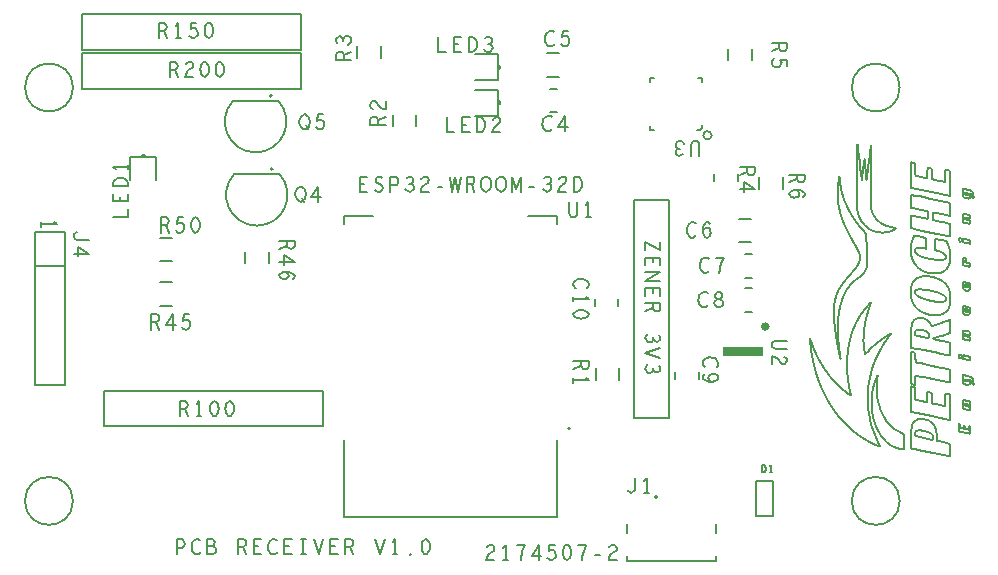
<source format=gto>
G04 ================== begin FILE IDENTIFICATION RECORD ==================*
G04 Layout Name:  E:/FACOMSA/allegro/TFG_RECEIVER_0V5.brd*
G04 Film Name:    PCB_ReceiverSilkscreenTOP*
G04 File Format:  Gerber RS274X*
G04 File Origin:  Cadence Allegro 17.0-S002*
G04 Origin Date:  Mon Mar 27 20:28:53 2023*
G04 *
G04 Layer:  PACKAGE GEOMETRY/SILKSCREEN_TOP*
G04 Layer:  REF DES/SILKSCREEN_TOP*
G04 Layer:  BOARD GEOMETRY/SILKSCREEN_TOP*
G04 *
G04 Offset:    (0.0000 0.0000)*
G04 Mirror:    No*
G04 Mode:      Positive*
G04 Rotation:  0*
G04 FullContactRelief:  No*
G04 UndefLineWidth:     0.2000*
G04 ================== end FILE IDENTIFICATION RECORD ====================*
%FSAX34Y34*MOMM*%
%IR0*IPPOS*OFA0.00000B0.00000*MIA0B0*SFA1.00000B1.00000*%
%ADD10C,.2*%
%ADD11C,.127*%
G75*
%LPD*%
G75*
G36*
G01X0760131Y0231620D02*
G03I-0003610J0D01*
G37*
G36*
G01X0754521Y0214620D02*
Y0206620D01*
X0720521D01*
Y0214620D01*
X0754521D01*
G37*
G54D10*
G01X0170300Y0084000D02*
G03I-0020300J0D01*
G01X0138500Y0311500D02*
X0163500D01*
Y0181900D01*
X0138500D01*
Y0311500D01*
G01X0173606Y0311442D02*
X0172308Y0310604D01*
X0171445Y0309602D01*
X0171016Y0308433D01*
X0171454Y0307102D01*
X0172324Y0306105D01*
X0173628Y0305109D01*
X0175362Y0304782D01*
X0184029Y0304812D01*
G01X0171069Y0293100D02*
X0184069Y0293145D01*
X0174731Y0299280D01*
X0174760Y0290946D01*
G01X0143517Y0318100D02*
X0156517Y0318146D01*
X0153911Y0320136D01*
G01X0143510Y0320100D02*
X0143524Y0316100D01*
G01X0163500Y0283100D02*
X0138500D01*
G01X0170300Y0434000D02*
G03I-0020300J0D01*
G01X0178000Y0463000D02*
X0363000D01*
Y0433000D01*
X0178000D01*
Y0463000D01*
G01X0363000Y0466000D02*
X0178000D01*
Y0496000D01*
X0363000D01*
Y0466000D01*
G01X0382000Y0147000D02*
X0197000D01*
Y0177000D01*
X0382000D01*
Y0147000D01*
G01X0236667Y0229000D02*
Y0242000D01*
X0240833D01*
X0242167Y0241350D01*
X0243000Y0240483D01*
X0243333Y0238750D01*
X0243000Y0237017D01*
X0242000Y0235933D01*
X0240833Y0235283D01*
X0236667D01*
G01X0240833D02*
X0243333Y0229000D01*
G01X0255000D02*
Y0242000D01*
X0248833Y0232683D01*
X0257167D01*
G01X0262333Y0230950D02*
X0263333Y0229866D01*
X0264500Y0229217D01*
X0266000Y0229000D01*
X0267500Y0229433D01*
X0268667Y0230300D01*
X0269500Y0231816D01*
X0269667Y0233550D01*
X0269333Y0235283D01*
X0268500Y0236367D01*
X0267333Y0237233D01*
X0266167Y0237450D01*
X0265000Y0237233D01*
X0263500Y0236367D01*
X0264000Y0242000D01*
X0268500D01*
G01X0244000Y0249000D02*
X0254000D01*
G01X0244667Y0311000D02*
Y0324000D01*
X0248833D01*
X0250167Y0323350D01*
X0251000Y0322483D01*
X0251333Y0320750D01*
X0251000Y0319017D01*
X0250000Y0317933D01*
X0248833Y0317283D01*
X0244667D01*
G01X0248833D02*
X0251333Y0311000D01*
G01X0257333Y0312950D02*
X0258333Y0311866D01*
X0259500Y0311217D01*
X0261000Y0311000D01*
X0262500Y0311433D01*
X0263667Y0312300D01*
X0264500Y0313816D01*
X0264667Y0315550D01*
X0264333Y0317283D01*
X0263500Y0318367D01*
X0262333Y0319233D01*
X0261167Y0319450D01*
X0260000Y0319233D01*
X0258500Y0318367D01*
X0259000Y0324000D01*
X0263500D01*
G01X0274000D02*
X0272666Y0323567D01*
X0271667Y0322483D01*
X0271000Y0321184D01*
X0270500Y0319450D01*
X0270333Y0317500D01*
X0270500Y0315550D01*
X0271000Y0313816D01*
X0271667Y0312516D01*
X0272666Y0311433D01*
X0274000Y0311000D01*
X0275333Y0311433D01*
X0276333Y0312516D01*
X0277000Y0313816D01*
X0277500Y0315550D01*
X0277667Y0317500D01*
X0277500Y0319450D01*
X0277000Y0321184D01*
X0276333Y0322483D01*
X0275333Y0323567D01*
X0274000Y0324000D01*
G01X0254000Y0307000D02*
X0244000D01*
G01X0254000Y0287000D02*
X0244000D01*
G01Y0269000D02*
X0254000D01*
G01X0204300Y0324617D02*
X0217000D01*
Y0331083D01*
G01Y0344083D02*
Y0337617D01*
X0204300D01*
Y0344083D01*
G01X0210438Y0341497D02*
Y0337617D01*
G01X0217000Y0350293D02*
X0204300D01*
Y0353527D01*
X0204935Y0354820D01*
X0205782Y0355790D01*
X0207051Y0356598D01*
X0208534Y0357245D01*
X0210650Y0357407D01*
X0212767Y0357245D01*
X0214249Y0356598D01*
X0215519Y0355790D01*
X0216365Y0354820D01*
X0217000Y0353527D01*
Y0350293D01*
G01Y0366850D02*
X0204300D01*
X0206840Y0364910D01*
G01X0217000D02*
Y0368790D01*
G01X0232000Y0375000D02*
G03X0228000I-0002000J0D01*
G01X0219000Y0356000D02*
Y0375000D01*
X0241000D01*
Y0356000D01*
G01X0243358Y0476000D02*
Y0488700D01*
X0247379D01*
X0248666Y0488065D01*
X0249470Y0487218D01*
X0249792Y0485525D01*
X0249470Y0483832D01*
X0248505Y0482773D01*
X0247379Y0482138D01*
X0243358D01*
G01X0247379D02*
X0249792Y0476000D01*
G01X0259525D02*
Y0488700D01*
X0257595Y0486160D01*
G01Y0476000D02*
X0261455D01*
G01X0268937Y0477905D02*
X0269901Y0476846D01*
X0271027Y0476212D01*
X0272475Y0476000D01*
X0273923Y0476423D01*
X0275048Y0477270D01*
X0275853Y0478751D01*
X0276013Y0480445D01*
X0275692Y0482138D01*
X0274887Y0483197D01*
X0273762Y0484043D01*
X0272636Y0484255D01*
X0271510Y0484043D01*
X0270063Y0483197D01*
X0270545Y0488700D01*
X0274887D01*
G01X0285425D02*
X0284138Y0488277D01*
X0283173Y0487218D01*
X0282530Y0485949D01*
X0282047Y0484255D01*
X0281887Y0482350D01*
X0282047Y0480445D01*
X0282530Y0478751D01*
X0283173Y0477481D01*
X0284138Y0476423D01*
X0285425Y0476000D01*
X0286712Y0476423D01*
X0287677Y0477481D01*
X0288320Y0478751D01*
X0288803Y0480445D01*
X0288963Y0482350D01*
X0288803Y0484255D01*
X0288320Y0485949D01*
X0287677Y0487218D01*
X0286712Y0488277D01*
X0285425Y0488700D01*
G01X0258583Y0039000D02*
Y0051700D01*
X0262443D01*
X0263730Y0051065D01*
X0264695Y0049583D01*
X0265017Y0047890D01*
X0264695Y0046197D01*
X0263891Y0044927D01*
X0262443Y0044291D01*
X0258583D01*
G01X0278288Y0050642D02*
X0277323Y0051277D01*
X0276198Y0051700D01*
X0274911D01*
X0273463Y0051065D01*
X0272338Y0050007D01*
X0271533Y0048737D01*
X0270890Y0046620D01*
X0270729Y0044715D01*
X0271051Y0042810D01*
X0271533Y0041540D01*
X0272498Y0040270D01*
X0273624Y0039423D01*
X0274750Y0039000D01*
X0275876D01*
X0277002Y0039423D01*
X0277967Y0040058D01*
X0278771Y0040905D01*
G01X0288987Y0045773D02*
X0289630Y0046408D01*
X0290112Y0047466D01*
X0290434Y0048949D01*
X0290112Y0050218D01*
X0289469Y0051065D01*
X0288343Y0051700D01*
X0284001D01*
Y0039000D01*
X0289308D01*
X0290434Y0039846D01*
X0291078Y0041117D01*
X0291399Y0042598D01*
X0291078Y0044080D01*
X0290112Y0045350D01*
X0288987Y0045773D01*
X0284001D01*
G01X0310383Y0039000D02*
Y0051700D01*
X0314404D01*
X0315691Y0051065D01*
X0316495Y0050218D01*
X0316817Y0048525D01*
X0316495Y0046832D01*
X0315530Y0045773D01*
X0314404Y0045138D01*
X0310383D01*
G01X0314404D02*
X0316817Y0039000D01*
G01X0329767D02*
X0323333D01*
Y0051700D01*
X0329767D01*
G01X0327193Y0045562D02*
X0323333D01*
G01X0343038Y0050642D02*
X0342073Y0051277D01*
X0340948Y0051700D01*
X0339661D01*
X0338213Y0051065D01*
X0337088Y0050007D01*
X0336283Y0048737D01*
X0335640Y0046620D01*
X0335479Y0044715D01*
X0335801Y0042810D01*
X0336283Y0041540D01*
X0337248Y0040270D01*
X0338374Y0039423D01*
X0339500Y0039000D01*
X0340626D01*
X0341752Y0039423D01*
X0342717Y0040058D01*
X0343521Y0040905D01*
G01X0355667Y0039000D02*
X0349233D01*
Y0051700D01*
X0355667D01*
G01X0353093Y0045562D02*
X0349233D01*
G01X0363470Y0051700D02*
X0367330D01*
G01X0365400D02*
Y0039000D01*
G01X0363470D02*
X0367330D01*
G01X0374329Y0051700D02*
X0378350Y0039000D01*
X0382371Y0051700D01*
G01X0394517Y0039000D02*
X0388083D01*
Y0051700D01*
X0394517D01*
G01X0391943Y0045562D02*
X0388083D01*
G01X0401033Y0039000D02*
Y0051700D01*
X0405054D01*
X0406341Y0051065D01*
X0407145Y0050218D01*
X0407467Y0048525D01*
X0407145Y0046832D01*
X0406180Y0045773D01*
X0405054Y0045138D01*
X0401033D01*
G01X0405054D02*
X0407467Y0039000D01*
G01X0426129Y0051700D02*
X0430150Y0039000D01*
X0434171Y0051700D01*
G01X0443100Y0039000D02*
Y0051700D01*
X0441170Y0049160D01*
G01Y0039000D02*
X0445030D01*
G01X0456050Y0038577D02*
X0455728Y0038788D01*
Y0039212D01*
X0456050Y0039423D01*
X0456372Y0039212D01*
Y0038788D01*
X0456050Y0038577D01*
G01X0469000Y0051700D02*
X0467713Y0051277D01*
X0466748Y0050218D01*
X0466105Y0048949D01*
X0465622Y0047255D01*
X0465462Y0045350D01*
X0465622Y0043445D01*
X0466105Y0041751D01*
X0466748Y0040481D01*
X0467713Y0039423D01*
X0469000Y0039000D01*
X0470287Y0039423D01*
X0471252Y0040481D01*
X0471895Y0041751D01*
X0472378Y0043445D01*
X0472538Y0045350D01*
X0472378Y0047255D01*
X0471895Y0048949D01*
X0471252Y0050218D01*
X0470287Y0051277D01*
X0469000Y0051700D01*
G01X0260958Y0155800D02*
Y0168500D01*
X0264979D01*
X0266266Y0167865D01*
X0267070Y0167018D01*
X0267392Y0165325D01*
X0267070Y0163632D01*
X0266105Y0162573D01*
X0264979Y0161938D01*
X0260958D01*
G01X0264979D02*
X0267392Y0155800D01*
G01X0277125D02*
Y0168500D01*
X0275195Y0165960D01*
G01Y0155800D02*
X0279055D01*
G01X0290075Y0168500D02*
X0288788Y0168077D01*
X0287823Y0167018D01*
X0287180Y0165749D01*
X0286697Y0164055D01*
X0286537Y0162150D01*
X0286697Y0160245D01*
X0287180Y0158551D01*
X0287823Y0157281D01*
X0288788Y0156223D01*
X0290075Y0155800D01*
X0291362Y0156223D01*
X0292327Y0157281D01*
X0292970Y0158551D01*
X0293453Y0160245D01*
X0293613Y0162150D01*
X0293453Y0164055D01*
X0292970Y0165749D01*
X0292327Y0167018D01*
X0291362Y0168077D01*
X0290075Y0168500D01*
G01X0303025D02*
X0301738Y0168077D01*
X0300773Y0167018D01*
X0300130Y0165749D01*
X0299647Y0164055D01*
X0299487Y0162150D01*
X0299647Y0160245D01*
X0300130Y0158551D01*
X0300773Y0157281D01*
X0301738Y0156223D01*
X0303025Y0155800D01*
X0304312Y0156223D01*
X0305277Y0157281D01*
X0305920Y0158551D01*
X0306403Y0160245D01*
X0306563Y0162150D01*
X0306403Y0164055D01*
X0305920Y0165749D01*
X0305277Y0167018D01*
X0304312Y0168077D01*
X0303025Y0168500D01*
G01X0252608Y0443000D02*
Y0455700D01*
X0256629D01*
X0257916Y0455065D01*
X0258720Y0454218D01*
X0259042Y0452525D01*
X0258720Y0450832D01*
X0257755Y0449773D01*
X0256629Y0449138D01*
X0252608D01*
G01X0256629D02*
X0259042Y0443000D01*
G01X0265719Y0453583D02*
X0266684Y0454853D01*
X0267810Y0455488D01*
X0269097Y0455700D01*
X0270705Y0455277D01*
X0271831Y0454218D01*
X0272153Y0452949D01*
X0271992Y0451678D01*
X0271348Y0450620D01*
X0268132Y0448503D01*
X0266684Y0447022D01*
X0265719Y0444905D01*
X0265397Y0443000D01*
X0272153D01*
G01X0281725Y0455700D02*
X0280438Y0455277D01*
X0279473Y0454218D01*
X0278830Y0452949D01*
X0278347Y0451255D01*
X0278187Y0449350D01*
X0278347Y0447445D01*
X0278830Y0445751D01*
X0279473Y0444481D01*
X0280438Y0443423D01*
X0281725Y0443000D01*
X0283012Y0443423D01*
X0283977Y0444481D01*
X0284620Y0445751D01*
X0285103Y0447445D01*
X0285263Y0449350D01*
X0285103Y0451255D01*
X0284620Y0452949D01*
X0283977Y0454218D01*
X0283012Y0455277D01*
X0281725Y0455700D01*
G01X0294675D02*
X0293388Y0455277D01*
X0292423Y0454218D01*
X0291780Y0452949D01*
X0291297Y0451255D01*
X0291137Y0449350D01*
X0291297Y0447445D01*
X0291780Y0445751D01*
X0292423Y0444481D01*
X0293388Y0443423D01*
X0294675Y0443000D01*
X0295962Y0443423D01*
X0296927Y0444481D01*
X0297570Y0445751D01*
X0298053Y0447445D01*
X0298213Y0449350D01*
X0298053Y0451255D01*
X0297570Y0452949D01*
X0296927Y0454218D01*
X0295962Y0455277D01*
X0294675Y0455700D01*
G01X0345000Y0304333D02*
X0358000D01*
Y0300167D01*
X0357350Y0298833D01*
X0356483Y0298000D01*
X0354750Y0297667D01*
X0353017Y0298000D01*
X0351933Y0299000D01*
X0351283Y0300167D01*
Y0304333D01*
G01Y0300167D02*
X0345000Y0297667D01*
G01Y0286000D02*
X0358000D01*
X0348683Y0292167D01*
Y0283833D01*
G01X0350416Y0278167D02*
X0351933Y0277000D01*
X0352800Y0276000D01*
X0353233Y0274667D01*
X0352800Y0273500D01*
X0351933Y0272667D01*
X0350633Y0272000D01*
X0349117Y0271833D01*
X0347816Y0272000D01*
X0346516Y0272667D01*
X0345433Y0273667D01*
X0345000Y0274833D01*
X0345433Y0276167D01*
X0346733Y0277333D01*
X0348683Y0278000D01*
X0350850Y0278167D01*
X0353666Y0277833D01*
X0355184Y0277333D01*
X0356700Y0276500D01*
X0357783Y0275333D01*
X0358000Y0274167D01*
X0357567Y0273000D01*
X0356483Y0272167D01*
G01X0316000Y0295000D02*
Y0285000D01*
G01X0336000Y0295000D02*
Y0285000D01*
G01X0363026Y0337300D02*
X0361739Y0337512D01*
X0360613Y0338358D01*
X0359648Y0339628D01*
X0359004Y0341110D01*
X0358682Y0342803D01*
Y0344497D01*
X0359004Y0346190D01*
X0359648Y0347672D01*
X0360613Y0348942D01*
X0361739Y0349788D01*
X0363026Y0350000D01*
X0364313Y0349788D01*
X0365439Y0348942D01*
X0366404Y0347672D01*
X0367048Y0346190D01*
X0367370Y0344497D01*
Y0342803D01*
X0367048Y0341110D01*
X0366404Y0339628D01*
X0365439Y0338358D01*
X0364313Y0337512D01*
X0363026Y0337300D01*
G01X0364313Y0340687D02*
X0366243Y0337300D01*
G01X0377910D02*
Y0350000D01*
X0371958Y0340898D01*
X0380002D01*
G01X0339700Y0365000D02*
G03I-0001000J0D01*
G01X0366426Y0398500D02*
X0365139Y0398712D01*
X0364013Y0399558D01*
X0363048Y0400828D01*
X0362404Y0402310D01*
X0362082Y0404003D01*
Y0405697D01*
X0362404Y0407390D01*
X0363048Y0408872D01*
X0364013Y0410142D01*
X0365139Y0410988D01*
X0366426Y0411200D01*
X0367713Y0410988D01*
X0368839Y0410142D01*
X0369804Y0408872D01*
X0370448Y0407390D01*
X0370770Y0405697D01*
Y0404003D01*
X0370448Y0402310D01*
X0369804Y0400828D01*
X0368839Y0399558D01*
X0367713Y0398712D01*
X0366426Y0398500D01*
G01X0367713Y0401887D02*
X0369643Y0398500D01*
G01X0375841Y0400405D02*
X0376806Y0399346D01*
X0377932Y0398712D01*
X0379380Y0398500D01*
X0380828Y0398923D01*
X0381954Y0399770D01*
X0382758Y0401251D01*
X0382919Y0402945D01*
X0382597Y0404638D01*
X0381793Y0405697D01*
X0380667Y0406543D01*
X0379541Y0406755D01*
X0378415Y0406543D01*
X0376967Y0405697D01*
X0377450Y0411200D01*
X0381793D01*
G01X0338700Y0427000D02*
G03I-0001000J0D01*
G01X0419543Y0345900D02*
X0413109D01*
Y0358600D01*
X0419543D01*
G01X0416969Y0352462D02*
X0413109D01*
G01X0425902Y0347593D02*
X0427189Y0346535D01*
X0428637Y0345900D01*
X0429923D01*
X0431210Y0346535D01*
X0432176Y0347593D01*
X0432658Y0349075D01*
X0432337Y0350556D01*
X0431532Y0351827D01*
X0430084Y0352673D01*
X0428154Y0353097D01*
X0427028Y0353943D01*
X0426545Y0355425D01*
X0426867Y0356907D01*
X0427671Y0357965D01*
X0428797Y0358600D01*
X0429923D01*
X0431050Y0358177D01*
X0432015Y0357118D01*
G01X0439017Y0345900D02*
Y0358600D01*
X0442877D01*
X0444164Y0357965D01*
X0445130Y0356483D01*
X0445451Y0354790D01*
X0445130Y0353097D01*
X0444325Y0351827D01*
X0442877Y0351191D01*
X0439017D01*
G01X0451649Y0348440D02*
X0452614Y0346958D01*
X0453901Y0346112D01*
X0455349Y0345900D01*
X0456636Y0346112D01*
X0457923Y0347170D01*
X0458727Y0348440D01*
X0458888Y0349710D01*
X0458566Y0351191D01*
X0457440Y0352250D01*
X0456314Y0352673D01*
X0454866D01*
G01X0456314D02*
X0457279Y0353308D01*
X0458084Y0354366D01*
X0458405Y0355637D01*
X0458084Y0356907D01*
X0457279Y0357965D01*
X0455831Y0358600D01*
X0454384Y0358388D01*
X0452936Y0357542D01*
G01X0465085Y0356483D02*
X0466051Y0357753D01*
X0467177Y0358388D01*
X0468464Y0358600D01*
X0470072Y0358177D01*
X0471199Y0357118D01*
X0471520Y0355849D01*
X0471359Y0354578D01*
X0470716Y0353520D01*
X0467499Y0351403D01*
X0466051Y0349922D01*
X0465085Y0347805D01*
X0464764Y0345900D01*
X0471520D01*
G01X0479005Y0350133D02*
X0483187D01*
G01X0489224Y0358600D02*
X0491476Y0345900D01*
X0494050Y0358600D01*
X0496624Y0345900D01*
X0498876Y0358600D01*
G01X0503787Y0345900D02*
Y0358600D01*
X0507808D01*
X0509095Y0357965D01*
X0509900Y0357118D01*
X0510221Y0355425D01*
X0509900Y0353732D01*
X0508934Y0352673D01*
X0507808Y0352038D01*
X0503787D01*
G01X0507808D02*
X0510221Y0345900D01*
G01X0519958D02*
X0518671Y0346112D01*
X0517545Y0346958D01*
X0516580Y0348228D01*
X0515936Y0349710D01*
X0515614Y0351403D01*
Y0353097D01*
X0515936Y0354790D01*
X0516580Y0356272D01*
X0517545Y0357542D01*
X0518671Y0358388D01*
X0519958Y0358600D01*
X0521245Y0358388D01*
X0522371Y0357542D01*
X0523336Y0356272D01*
X0523980Y0354790D01*
X0524302Y0353097D01*
Y0351403D01*
X0523980Y0349710D01*
X0523336Y0348228D01*
X0522371Y0346958D01*
X0521245Y0346112D01*
X0519958Y0345900D01*
G01X0532912D02*
X0531625Y0346112D01*
X0530499Y0346958D01*
X0529534Y0348228D01*
X0528890Y0349710D01*
X0528568Y0351403D01*
Y0353097D01*
X0528890Y0354790D01*
X0529534Y0356272D01*
X0530499Y0357542D01*
X0531625Y0358388D01*
X0532912Y0358600D01*
X0534199Y0358388D01*
X0535325Y0357542D01*
X0536290Y0356272D01*
X0536934Y0354790D01*
X0537256Y0353097D01*
Y0351403D01*
X0536934Y0349710D01*
X0536290Y0348228D01*
X0535325Y0346958D01*
X0534199Y0346112D01*
X0532912Y0345900D01*
G01X0541683D02*
Y0358600D01*
X0545866Y0348017D01*
X0550049Y0358600D01*
Y0345900D01*
G01X0556729Y0350133D02*
X0560911D01*
G01X0568235Y0348440D02*
X0569200Y0346958D01*
X0570487Y0346112D01*
X0571935Y0345900D01*
X0573222Y0346112D01*
X0574509Y0347170D01*
X0575313Y0348440D01*
X0575474Y0349710D01*
X0575152Y0351191D01*
X0574026Y0352250D01*
X0572900Y0352673D01*
X0571452D01*
G01X0572900D02*
X0573865Y0353308D01*
X0574670Y0354366D01*
X0574991Y0355637D01*
X0574670Y0356907D01*
X0573865Y0357965D01*
X0572417Y0358600D01*
X0570970Y0358388D01*
X0569522Y0357542D01*
G01X0581671Y0356483D02*
X0582637Y0357753D01*
X0583763Y0358388D01*
X0585050Y0358600D01*
X0586658Y0358177D01*
X0587785Y0357118D01*
X0588106Y0355849D01*
X0587945Y0354578D01*
X0587302Y0353520D01*
X0584085Y0351403D01*
X0582637Y0349922D01*
X0581671Y0347805D01*
X0581350Y0345900D01*
X0588106D01*
G01X0594143D02*
Y0358600D01*
X0597360D01*
X0598647Y0357965D01*
X0599612Y0357118D01*
X0600417Y0355849D01*
X0601060Y0354366D01*
X0601221Y0352250D01*
X0601060Y0350133D01*
X0600417Y0348651D01*
X0599612Y0347381D01*
X0598647Y0346535D01*
X0597360Y0345900D01*
X0594143D01*
G01X0435000Y0402667D02*
X0422000D01*
Y0406833D01*
X0422650Y0408167D01*
X0423517Y0409000D01*
X0425250Y0409333D01*
X0426983Y0409000D01*
X0428067Y0408000D01*
X0428717Y0406833D01*
Y0402667D01*
G01Y0406833D02*
X0435000Y0409333D01*
G01X0424167Y0415833D02*
X0422867Y0416833D01*
X0422217Y0418000D01*
X0422000Y0419333D01*
X0422433Y0421000D01*
X0423517Y0422167D01*
X0424816Y0422500D01*
X0426117Y0422333D01*
X0427200Y0421667D01*
X0429367Y0418333D01*
X0430883Y0416833D01*
X0433050Y0415833D01*
X0435000Y0415500D01*
Y0422500D01*
G01X0441000Y0401000D02*
Y0411000D01*
G01X0406000Y0457667D02*
X0393000D01*
Y0461833D01*
X0393650Y0463167D01*
X0394517Y0464000D01*
X0396250Y0464333D01*
X0397983Y0464000D01*
X0399067Y0463000D01*
X0399717Y0461833D01*
Y0457667D01*
G01Y0461833D02*
X0406000Y0464333D01*
G01X0403400Y0470333D02*
X0404917Y0471333D01*
X0405783Y0472666D01*
X0406000Y0474167D01*
X0405783Y0475500D01*
X0404700Y0476833D01*
X0403400Y0477667D01*
X0402100Y0477833D01*
X0400584Y0477500D01*
X0399500Y0476333D01*
X0399067Y0475167D01*
Y0473667D01*
G01Y0475167D02*
X0398417Y0476167D01*
X0397334Y0477000D01*
X0396033Y0477333D01*
X0394733Y0477000D01*
X0393650Y0476167D01*
X0393000Y0474667D01*
X0393217Y0473167D01*
X0394083Y0471667D01*
G01X0431000Y0459000D02*
Y0469000D01*
G01X0411000Y0459000D02*
Y0469000D01*
G01X0486617Y0408700D02*
Y0396000D01*
X0493083D01*
G01X0506083D02*
X0499617D01*
Y0408700D01*
X0506083D01*
G01X0503497Y0402562D02*
X0499617D01*
G01X0512293Y0396000D02*
Y0408700D01*
X0515527D01*
X0516820Y0408065D01*
X0517790Y0407218D01*
X0518598Y0405949D01*
X0519245Y0404466D01*
X0519407Y0402350D01*
X0519245Y0400233D01*
X0518598Y0398751D01*
X0517790Y0397481D01*
X0516820Y0396635D01*
X0515527Y0396000D01*
X0512293D01*
G01X0525778Y0406583D02*
X0526748Y0407853D01*
X0527880Y0408488D01*
X0529173Y0408700D01*
X0530790Y0408277D01*
X0531922Y0407218D01*
X0532245Y0405949D01*
X0532083Y0404678D01*
X0531437Y0403620D01*
X0528203Y0401503D01*
X0526748Y0400022D01*
X0525778Y0397905D01*
X0525455Y0396000D01*
X0532245D01*
G01X0461000Y0401000D02*
Y0411000D01*
G01X0479617Y0476700D02*
Y0464000D01*
X0486083D01*
G01X0499083D02*
X0492617D01*
Y0476700D01*
X0499083D01*
G01X0496497Y0470562D02*
X0492617D01*
G01X0505293Y0464000D02*
Y0476700D01*
X0508527D01*
X0509820Y0476065D01*
X0510790Y0475218D01*
X0511598Y0473949D01*
X0512245Y0472466D01*
X0512407Y0470350D01*
X0512245Y0468233D01*
X0511598Y0466751D01*
X0510790Y0465481D01*
X0509820Y0464635D01*
X0508527Y0464000D01*
X0505293D01*
G01X0518293Y0466540D02*
X0519263Y0465058D01*
X0520556Y0464212D01*
X0522012Y0464000D01*
X0523305Y0464212D01*
X0524598Y0465270D01*
X0525407Y0466540D01*
X0525568Y0467810D01*
X0525245Y0469291D01*
X0524113Y0470350D01*
X0522982Y0470773D01*
X0521527D01*
G01X0522982D02*
X0523952Y0471408D01*
X0524760Y0472466D01*
X0525083Y0473737D01*
X0524760Y0475007D01*
X0523952Y0476065D01*
X0522497Y0476700D01*
X0521042Y0476488D01*
X0519587Y0475642D01*
G01X0520769Y0044583D02*
X0521735Y0045853D01*
X0522861Y0046488D01*
X0524148Y0046700D01*
X0525756Y0046277D01*
X0526883Y0045218D01*
X0527204Y0043949D01*
X0527043Y0042678D01*
X0526400Y0041620D01*
X0523183Y0039503D01*
X0521735Y0038022D01*
X0520769Y0035905D01*
X0520448Y0034000D01*
X0527204D01*
G01X0536780D02*
Y0046700D01*
X0534850Y0044160D01*
G01Y0034000D02*
X0538710D01*
G01X0549412D02*
X0549734Y0036751D01*
X0550217Y0039080D01*
X0550860Y0041197D01*
X0551664Y0043525D01*
X0552951Y0046700D01*
X0546517D01*
G01X0564618Y0034000D02*
Y0046700D01*
X0558666Y0037598D01*
X0566710D01*
G01X0572103Y0035905D02*
X0573068Y0034846D01*
X0574194Y0034212D01*
X0575642Y0034000D01*
X0577090Y0034423D01*
X0578216Y0035270D01*
X0579020Y0036751D01*
X0579181Y0038445D01*
X0578859Y0040138D01*
X0578055Y0041197D01*
X0576929Y0042043D01*
X0575803Y0042255D01*
X0574677Y0042043D01*
X0573229Y0041197D01*
X0573712Y0046700D01*
X0578055D01*
G01X0588596D02*
X0587309Y0046277D01*
X0586344Y0045218D01*
X0585700Y0043949D01*
X0585218Y0042255D01*
X0585057Y0040350D01*
X0585218Y0038445D01*
X0585700Y0036751D01*
X0586344Y0035481D01*
X0587309Y0034423D01*
X0588596Y0034000D01*
X0589883Y0034423D01*
X0590848Y0035481D01*
X0591492Y0036751D01*
X0591974Y0038445D01*
X0592135Y0040350D01*
X0591974Y0042255D01*
X0591492Y0043949D01*
X0590848Y0045218D01*
X0589883Y0046277D01*
X0588596Y0046700D01*
G01X0601228Y0034000D02*
X0601550Y0036751D01*
X0602033Y0039080D01*
X0602676Y0041197D01*
X0603480Y0043525D01*
X0604767Y0046700D01*
X0598333D01*
G01X0612413Y0038233D02*
X0616595D01*
G01X0624401Y0044583D02*
X0625367Y0045853D01*
X0626493Y0046488D01*
X0627780Y0046700D01*
X0629388Y0046277D01*
X0630515Y0045218D01*
X0630836Y0043949D01*
X0630675Y0042678D01*
X0630032Y0041620D01*
X0626815Y0039503D01*
X0625367Y0038022D01*
X0624401Y0035905D01*
X0624080Y0034000D01*
X0630836D01*
G01X0530000Y0419000D02*
G03Y0423000I0J0002000D01*
G01X0511000Y0432000D02*
X0530000D01*
Y0410000D01*
X0511000D01*
G01Y0462000D02*
X0530000D01*
Y0440000D01*
X0511000D01*
G01X0572000Y0443000D02*
X0582000D01*
G01X0575667Y0408917D02*
X0574667Y0409567D01*
X0573500Y0410000D01*
X0572167D01*
X0570666Y0409350D01*
X0569500Y0408267D01*
X0568667Y0406967D01*
X0568000Y0404800D01*
X0567833Y0402850D01*
X0568167Y0400900D01*
X0568667Y0399600D01*
X0569667Y0398300D01*
X0570833Y0397433D01*
X0572000Y0397000D01*
X0573167D01*
X0574333Y0397433D01*
X0575333Y0398083D01*
X0576167Y0398950D01*
G01X0587000Y0397000D02*
Y0410000D01*
X0580833Y0400683D01*
X0589167D01*
G01X0574000Y0413000D02*
X0580000D01*
G01X0574000Y0433000D02*
X0580000D01*
G01X0530000Y0449000D02*
G03Y0453000I0J0002000D01*
G01X0577667Y0480917D02*
X0576667Y0481567D01*
X0575500Y0482000D01*
X0574167D01*
X0572666Y0481350D01*
X0571500Y0480267D01*
X0570667Y0478967D01*
X0570000Y0476800D01*
X0569833Y0474850D01*
X0570167Y0472900D01*
X0570667Y0471600D01*
X0571667Y0470300D01*
X0572833Y0469433D01*
X0574000Y0469000D01*
X0575167D01*
X0576333Y0469433D01*
X0577333Y0470083D01*
X0578167Y0470950D01*
G01X0583333D02*
X0584333Y0469866D01*
X0585500Y0469217D01*
X0587000Y0469000D01*
X0588500Y0469433D01*
X0589667Y0470300D01*
X0590500Y0471816D01*
X0590667Y0473550D01*
X0590333Y0475283D01*
X0589500Y0476367D01*
X0588333Y0477233D01*
X0587167Y0477450D01*
X0586000Y0477233D01*
X0584500Y0476367D01*
X0585000Y0482000D01*
X0589500D01*
G01X0572000Y0463000D02*
X0582000D01*
G01X0639848Y0093576D02*
X0640652Y0092306D01*
X0641617Y0091459D01*
X0642743Y0091036D01*
X0644030Y0091459D01*
X0644995Y0092306D01*
X0645961Y0093576D01*
X0646282Y0095269D01*
Y0103736D01*
G01X0656019Y0091036D02*
Y0103736D01*
X0654089Y0101196D01*
G01Y0091036D02*
X0657949D01*
G01X0591198Y0145181D02*
G03I-0001000J0D01*
G01X0594000Y0202333D02*
X0607000D01*
Y0198167D01*
X0606350Y0196833D01*
X0605483Y0196000D01*
X0603750Y0195667D01*
X0602017Y0196000D01*
X0600933Y0197000D01*
X0600283Y0198167D01*
Y0202333D01*
G01Y0198167D02*
X0594000Y0195667D01*
G01Y0186000D02*
X0607000D01*
X0604400Y0188000D01*
G01X0594000D02*
Y0184000D01*
G01X0612928Y0196408D02*
Y0186408D01*
G01X0632928Y0196408D02*
Y0186408D01*
G01X0605917Y0264333D02*
X0606567Y0265333D01*
X0607000Y0266500D01*
Y0267833D01*
X0606350Y0269334D01*
X0605267Y0270500D01*
X0603967Y0271333D01*
X0601800Y0272000D01*
X0599850Y0272167D01*
X0597900Y0271833D01*
X0596600Y0271333D01*
X0595300Y0270333D01*
X0594433Y0269167D01*
X0594000Y0268000D01*
Y0266833D01*
X0594433Y0265667D01*
X0595083Y0264667D01*
X0595950Y0263833D01*
G01X0594000Y0255000D02*
X0607000D01*
X0604400Y0257000D01*
G01X0594000D02*
Y0253000D01*
G01X0607000Y0242000D02*
X0606567Y0243334D01*
X0605483Y0244333D01*
X0604184Y0245000D01*
X0602450Y0245500D01*
X0600500Y0245667D01*
X0598550Y0245500D01*
X0596816Y0245000D01*
X0595516Y0244333D01*
X0594433Y0243334D01*
X0594000Y0242000D01*
X0594433Y0240667D01*
X0595516Y0239667D01*
X0596816Y0239000D01*
X0598550Y0238500D01*
X0600500Y0238333D01*
X0602450Y0238500D01*
X0604184Y0239000D01*
X0605483Y0239667D01*
X0606567Y0240667D01*
X0607000Y0242000D01*
G01X0612000Y0255000D02*
Y0249000D01*
G01X0632000Y0255000D02*
Y0249000D01*
G01X0590287Y0336800D02*
Y0327698D01*
X0590930Y0325793D01*
X0592217Y0324523D01*
X0593826Y0324100D01*
X0595435Y0324523D01*
X0596722Y0325793D01*
X0597365Y0327698D01*
Y0336800D01*
G01X0606780Y0324100D02*
Y0336800D01*
X0604850Y0334260D01*
G01Y0324100D02*
X0608710D01*
G01X0665000Y0087250D02*
G03I-0001000J0D01*
G01X0715587Y0197583D02*
X0716237Y0198583D01*
X0716670Y0199750D01*
Y0201083D01*
X0716020Y0202584D01*
X0714937Y0203750D01*
X0713637Y0204583D01*
X0711470Y0205250D01*
X0709520Y0205417D01*
X0707570Y0205083D01*
X0706270Y0204583D01*
X0704970Y0203583D01*
X0704103Y0202417D01*
X0703670Y0201250D01*
Y0200083D01*
X0704103Y0198917D01*
X0704753Y0197917D01*
X0705620Y0197083D01*
G01X0705186Y0191083D02*
X0704103Y0189917D01*
X0703670Y0188583D01*
X0704103Y0187250D01*
X0705403Y0186083D01*
X0707353Y0185250D01*
X0709303Y0184917D01*
X0711687D01*
X0713637Y0185250D01*
X0715370Y0186083D01*
X0716237Y0187083D01*
X0716670Y0188250D01*
X0716237Y0189584D01*
X0715370Y0190583D01*
X0714070Y0191250D01*
X0712336Y0191583D01*
X0710820Y0191250D01*
X0709303Y0190417D01*
X0708436Y0189417D01*
X0708220Y0188250D01*
X0708653Y0186917D01*
X0709737Y0185917D01*
X0711687Y0184917D01*
G01X0675000Y0339000D02*
Y0154000D01*
X0645000D01*
Y0339000D01*
X0675000D01*
G01X0667700Y0302856D02*
Y0296744D01*
X0655000Y0302856D01*
Y0296744D01*
G01Y0283633D02*
Y0290067D01*
X0667700D01*
Y0283633D01*
G01X0661562Y0286207D02*
Y0290067D01*
G01X0655000Y0277599D02*
X0667700D01*
X0655000Y0270201D01*
X0667700D01*
G01X0655000Y0257733D02*
Y0264167D01*
X0667700D01*
Y0257733D01*
G01X0661562Y0260307D02*
Y0264167D01*
G01X0655000Y0251217D02*
X0667700D01*
Y0247196D01*
X0667065Y0245909D01*
X0666218Y0245105D01*
X0664525Y0244783D01*
X0662832Y0245105D01*
X0661773Y0246070D01*
X0661138Y0247196D01*
Y0251217D01*
G01Y0247196D02*
X0655000Y0244783D01*
G01X0657540Y0225638D02*
X0656058Y0224674D01*
X0655212Y0223387D01*
X0655000Y0221939D01*
X0655212Y0220652D01*
X0656270Y0219366D01*
X0657540Y0218562D01*
X0658810Y0218401D01*
X0660291Y0218722D01*
X0661350Y0219848D01*
X0661773Y0220974D01*
Y0222422D01*
G01Y0220974D02*
X0662408Y0220009D01*
X0663466Y0219205D01*
X0664737Y0218883D01*
X0666007Y0219205D01*
X0667065Y0220009D01*
X0667700Y0221457D01*
X0667488Y0222904D01*
X0666642Y0224352D01*
G01X0667700Y0213171D02*
X0655000Y0209150D01*
X0667700Y0205129D01*
G01X0657540Y0199738D02*
X0656058Y0198774D01*
X0655212Y0197487D01*
X0655000Y0196039D01*
X0655212Y0194752D01*
X0656270Y0193466D01*
X0657540Y0192662D01*
X0658810Y0192501D01*
X0660291Y0192822D01*
X0661350Y0193948D01*
X0661773Y0195074D01*
Y0196522D01*
G01Y0195074D02*
X0662408Y0194109D01*
X0663466Y0193305D01*
X0664737Y0192983D01*
X0666007Y0193305D01*
X0667065Y0194109D01*
X0667700Y0195557D01*
X0667488Y0197004D01*
X0666642Y0198452D01*
G01X0707667Y0259917D02*
X0706667Y0260567D01*
X0705500Y0261000D01*
X0704167D01*
X0702666Y0260350D01*
X0701500Y0259267D01*
X0700667Y0257967D01*
X0700000Y0255800D01*
X0699833Y0253850D01*
X0700167Y0251900D01*
X0700667Y0250600D01*
X0701667Y0249300D01*
X0702833Y0248433D01*
X0704000Y0248000D01*
X0705167D01*
X0706333Y0248433D01*
X0707333Y0249083D01*
X0708167Y0249950D01*
G01X0717000Y0248000D02*
X0718167Y0248217D01*
X0719500Y0248866D01*
X0720333Y0249950D01*
X0720667Y0251467D01*
X0720333Y0252983D01*
X0719333Y0254283D01*
X0717833Y0254933D01*
X0716167D01*
X0715167Y0255367D01*
X0714333Y0256450D01*
X0714000Y0257967D01*
X0714500Y0259483D01*
X0715666Y0260567D01*
X0717000Y0261000D01*
X0718333Y0260567D01*
X0719500Y0259483D01*
X0720000Y0257967D01*
X0719667Y0256450D01*
X0718833Y0255367D01*
X0717833Y0254933D01*
X0716167D01*
X0714667Y0254283D01*
X0713667Y0252983D01*
X0713333Y0251467D01*
X0713667Y0249950D01*
X0714500Y0248866D01*
X0715833Y0248217D01*
X0717000Y0248000D01*
G01X0680000Y0193000D02*
Y0187000D01*
G01X0700000Y0193000D02*
Y0187000D01*
G01X0697667Y0318917D02*
X0696667Y0319567D01*
X0695500Y0320000D01*
X0694167D01*
X0692666Y0319350D01*
X0691500Y0318267D01*
X0690667Y0316967D01*
X0690000Y0314800D01*
X0689833Y0312850D01*
X0690167Y0310900D01*
X0690667Y0309600D01*
X0691667Y0308300D01*
X0692833Y0307433D01*
X0694000Y0307000D01*
X0695167D01*
X0696333Y0307433D01*
X0697333Y0308083D01*
X0698167Y0308950D01*
G01X0703833Y0312416D02*
X0705000Y0313933D01*
X0706000Y0314800D01*
X0707333Y0315233D01*
X0708500Y0314800D01*
X0709333Y0313933D01*
X0710000Y0312633D01*
X0710167Y0311117D01*
X0710000Y0309816D01*
X0709333Y0308516D01*
X0708333Y0307433D01*
X0707167Y0307000D01*
X0705833Y0307433D01*
X0704667Y0308733D01*
X0704000Y0310683D01*
X0703833Y0312850D01*
X0704167Y0315666D01*
X0704667Y0317184D01*
X0705500Y0318700D01*
X0706667Y0319783D01*
X0707833Y0320000D01*
X0709000Y0319567D01*
X0709833Y0318483D01*
G01X0708667Y0288917D02*
X0707667Y0289567D01*
X0706500Y0290000D01*
X0705167D01*
X0703666Y0289350D01*
X0702500Y0288267D01*
X0701667Y0286967D01*
X0701000Y0284800D01*
X0700833Y0282850D01*
X0701167Y0280900D01*
X0701667Y0279600D01*
X0702667Y0278300D01*
X0703833Y0277433D01*
X0705000Y0277000D01*
X0706167D01*
X0707333Y0277433D01*
X0708333Y0278083D01*
X0709167Y0278950D01*
G01X0717667Y0277000D02*
X0718000Y0279816D01*
X0718500Y0282200D01*
X0719167Y0284367D01*
X0720000Y0286750D01*
X0721333Y0290000D01*
X0714667D01*
G01X0700713Y0376300D02*
Y0385402D01*
X0700070Y0387307D01*
X0698783Y0388577D01*
X0697175Y0389000D01*
X0695567Y0388577D01*
X0694280Y0387307D01*
X0693637Y0385402D01*
Y0376300D01*
G01X0687763Y0386460D02*
X0686799Y0387942D01*
X0685512Y0388788D01*
X0684064Y0389000D01*
X0682777Y0388788D01*
X0681491Y0387730D01*
X0680687Y0386460D01*
X0680526Y0385190D01*
X0680847Y0383709D01*
X0681973Y0382650D01*
X0683099Y0382227D01*
X0684547D01*
G01X0683099D02*
X0682134Y0381592D01*
X0681330Y0380534D01*
X0681008Y0379263D01*
X0681330Y0377993D01*
X0682134Y0376935D01*
X0683582Y0376300D01*
X0685029Y0376512D01*
X0686477Y0377358D01*
G01X0699000Y0398000D02*
X0701000D01*
X0703000Y0400000D01*
Y0402000D01*
G01Y0438500D02*
Y0442000D01*
X0699500D01*
G01X0659000Y0438500D02*
Y0442000D01*
X0662500D01*
G01Y0398000D02*
X0659000D01*
Y0401500D01*
G01X0711040Y0393500D02*
G03I-0003540J0D01*
G01X0754002Y0108098D02*
Y0114448D01*
X0755357D01*
X0755898Y0114130D01*
X0756305Y0113707D01*
X0756644Y0113072D01*
X0756914Y0112331D01*
X0756982Y0111273D01*
X0756914Y0110215D01*
X0756644Y0109474D01*
X0756305Y0108839D01*
X0755898Y0108415D01*
X0755357Y0108098D01*
X0754002D01*
G01X0761080D02*
Y0114448D01*
X0760267Y0113178D01*
G01Y0108098D02*
X0761893D01*
G01X0774700Y0219707D02*
X0765598D01*
X0763693Y0219060D01*
X0762423Y0217767D01*
X0762000Y0216150D01*
X0762423Y0214533D01*
X0763693Y0213240D01*
X0765598Y0212593D01*
X0774700D01*
G01X0772583Y0206222D02*
X0773853Y0205252D01*
X0774488Y0204120D01*
X0774700Y0202827D01*
X0774277Y0201210D01*
X0773218Y0200078D01*
X0771949Y0199755D01*
X0770678Y0199917D01*
X0769620Y0200563D01*
X0767503Y0203797D01*
X0766022Y0205252D01*
X0763905Y0206222D01*
X0762000Y0206545D01*
Y0199755D01*
G01X0745000Y0244000D02*
X0739000D01*
G01X0734000Y0303000D02*
X0744000D01*
G01X0745000Y0293000D02*
X0739000D01*
G01X0745000Y0273000D02*
X0739000D01*
G01X0745000Y0264000D02*
X0739000D01*
G01X0734000Y0323000D02*
X0744000D01*
G01X0751400Y0357900D02*
Y0347900D01*
G01X0735000Y0366333D02*
X0748000D01*
Y0362167D01*
X0747350Y0360833D01*
X0746483Y0360000D01*
X0744750Y0359667D01*
X0743017Y0360000D01*
X0741933Y0361000D01*
X0741283Y0362167D01*
Y0366333D01*
G01Y0362167D02*
X0735000Y0359667D01*
G01Y0348000D02*
X0748000D01*
X0738683Y0354167D01*
Y0345833D01*
G01X0713000Y0361000D02*
Y0355000D01*
G01X0733000Y0361000D02*
Y0355000D01*
G01X0762000Y0471333D02*
X0775000D01*
Y0467167D01*
X0774350Y0465833D01*
X0773483Y0465000D01*
X0771750Y0464667D01*
X0770017Y0465000D01*
X0768933Y0466000D01*
X0768283Y0467167D01*
Y0471333D01*
G01Y0467167D02*
X0762000Y0464667D01*
G01X0763950Y0458667D02*
X0762866Y0457667D01*
X0762217Y0456500D01*
X0762000Y0455000D01*
X0762433Y0453500D01*
X0763300Y0452333D01*
X0764816Y0451500D01*
X0766550Y0451333D01*
X0768283Y0451667D01*
X0769367Y0452500D01*
X0770233Y0453667D01*
X0770450Y0454833D01*
X0770233Y0456000D01*
X0769367Y0457500D01*
X0775000Y0457000D01*
Y0452500D01*
G01X0725000Y0467000D02*
Y0457000D01*
G01X0745000Y0467000D02*
Y0457000D01*
G01X0870300Y0084000D02*
G03I-0020300J0D01*
G01X0777000Y0360333D02*
X0790000D01*
Y0356167D01*
X0789350Y0354833D01*
X0788483Y0354000D01*
X0786750Y0353667D01*
X0785017Y0354000D01*
X0783933Y0355000D01*
X0783283Y0356167D01*
Y0360333D01*
G01Y0356167D02*
X0777000Y0353667D01*
G01X0782416Y0347167D02*
X0783933Y0346000D01*
X0784800Y0345000D01*
X0785233Y0343667D01*
X0784800Y0342500D01*
X0783933Y0341667D01*
X0782633Y0341000D01*
X0781117Y0340833D01*
X0779816Y0341000D01*
X0778516Y0341667D01*
X0777433Y0342667D01*
X0777000Y0343833D01*
X0777433Y0345167D01*
X0778733Y0346333D01*
X0780683Y0347000D01*
X0782850Y0347167D01*
X0785666Y0346833D01*
X0787184Y0346333D01*
X0788700Y0345500D01*
X0789783Y0344333D01*
X0790000Y0343167D01*
X0789567Y0342000D01*
X0788483Y0341167D01*
G01X0771400Y0357900D02*
Y0347900D01*
G01X0870300Y0434000D02*
G03I-0020300J0D01*
G01X0748888Y0071014D02*
Y0100986D01*
X0763112D01*
Y0071014D01*
X0748888D01*
G01X0794540Y0217450D02*
G03X0795726Y0208851I0150168J0016330D01*
G03X0797402Y0200365I0146938J0024612D01*
G03X0799511Y0192234I0137274J0031267D01*
G03X0801998Y0184703I0107452J0031308D01*
G03X0804673Y0178267I0082914J0030688D01*
G03X0808103Y0171395I0118171J0054690D01*
G03X0811889Y0164814I0112631J0060416D01*
G03X0815642Y0159267I0066082J0040666D01*
G03X0819124Y0154907I0062659J0046471D01*
G03X0823237Y0150373I0085674J0073586D01*
G03X0827567Y0146091I0080856J0077432D01*
G03X0831703Y0142498I0050212J0053624D01*
G03X0834852Y0140118I0040269J0050007D01*
G03X0838642Y0137543I0067111J0094700D01*
G03X0842472Y0135157I0062078J0095380D01*
G03X0845730Y0133368I0027028J0045360D01*
G03X0848537Y0131994I0059932J0118883D01*
G03X0850998Y0130879I0032000J0067357D01*
G03X0853124Y0129979I0068469J0158777D01*
G03X0853442Y0130042I0000112J0000269D01*
G03X0853465Y0130159I-0000076J0000076D01*
G03X0853112Y0130984I-0068781J-0028942D01*
G03X0852674Y0131946I-0028555J-0012420D01*
G03X0852129Y0133062I-0053467J-0025420D01*
G02X0846073Y0148497I0081569J0040909D01*
G02X0843140Y0164313I0077699J0022589D01*
G02X0843410Y0180226I0078827J0006621D01*
G02X0846846Y0195948I0082107J-0009708D01*
G02X0849621Y0203255I0074023J-0023931D01*
G02X0853368Y0210992I0104061J-0045621D01*
G02X0857566Y0218200I0095828J-0050985D01*
G02X0861699Y0223870I0046187J-0029326D01*
G03X0862266Y0224572I-0022831J0019020D01*
G03X0862701Y0225163I-0010332J0008060D01*
G03X0863011Y0225628I-0011327J0007887D01*
G03X0862972Y0225700I-0000039J0000025D01*
G03X0862449Y0225551I0J-0000992D01*
G03X0859519Y0223719I0253305J-0408382D01*
G03X0856688Y0221887I0076797J-0121778D01*
G03X0854537Y0220383I0029629J-0044665D01*
G03X0851945Y0218390I0046798J-0063545D01*
G03X0849214Y0216124I0068543J-0085388D01*
G03X0846495Y0213718I0074253J-0086652D01*
G03X0843942Y0211301I0067683J-0074048D01*
G01X0841035Y0208450D01*
X0840569Y0210700D01*
G02X0839584Y0218879I0047914J0009919D01*
G02X0839876Y0227692I0064084J0002288D01*
G02X0841442Y0237048I0074046J-0007585D01*
G02X0844269Y0246850I0096858J-0022626D01*
G02X0844841Y0248503I0717785J-0247455D01*
G02X0845362Y0249992I0476871J-0166021D01*
G02X0845802Y0251243I0607652J-0213020D01*
G02X0845954Y0251650I0011613J-0004105D01*
G03X0845636Y0251853I-0000179J0000070D01*
G03X0842979Y0248932I0057095J-0054604D01*
G03X0839807Y0245086I0081024J-0070056D01*
G03X0837304Y0241647I0044775J-0035219D01*
G03X0835434Y0238562I0032123J-0021581D01*
G03X0833295Y0234419I0093300J-0050794D01*
G03X0831317Y0230136I0096375J-0047107D01*
G03X0829943Y0226585I0042149J-0018350D01*
G03X0828879Y0223119I0056896J-0019362D01*
G03X0827887Y0219169I0092054J-0025218D01*
G03X0827040Y0215071I0097517J-0022292D01*
G03X0826414Y0211150I0079705J-0014736D01*
G03X0826024Y0206632I0046929J-0006327D01*
G03X0825874Y0199947I0213172J-0008127D01*
G03X0825935Y0193221I0212222J-0001439D01*
G03X0826260Y0188500I0053958J0001343D01*
G03X0826680Y0185336I0081602J0009222D01*
G03X0827312Y0181469I0183117J0027942D01*
G03X0828000Y0177754I0179961J0031407D01*
G03X0828580Y0175192I0043643J0008533D01*
G02X0828742Y0174506I-0016706J-0004307D01*
G02X0828853Y0173902I-0009762J-0002106D01*
G02X0828918Y0173404I-0012233J-0001850D01*
G02X0828871Y0173271I-0000162J-0000018D01*
G02X0828735Y0173257I-0000077J0000076D01*
G02X0827719Y0173939I0066288J0099849D01*
G02X0826544Y0174764I0025311J0037298D01*
G02X0825179Y0175775I0051596J0071089D01*
G02X0821809Y0178551I0031445J0041608D01*
G02X0817874Y0182242I0080338J0089592D01*
G02X0814073Y0186142I0085201J0086841D01*
G02X0811106Y0189581I0043338J0040389D01*
G02X0806371Y0196089I0070526J0056289D01*
G02X0802155Y0203096I0080212J0053034D01*
G02X0798556Y0210422I0084127J0045876D01*
G02X0795670Y0217888I0081130J0035652D01*
G03X0794558Y0221171I-0542635J-0181969D01*
G03X0794319Y0221282I-0000173J-0000059D01*
G03X0794161Y0221023I0000091J-0000233D01*
G03X0794540Y0217450I0654238J0067591D01*
G01X0814802Y0237250D02*
G03X0815197Y0233078I0206080J0017407D01*
G03X0815686Y0228808I0227610J0023903D01*
G03X0816248Y0224596I0222289J0027516D01*
G03X0816866Y0220600I0181723J0026059D01*
G03X0817740Y0215661I0226093J0037462D01*
G03X0818844Y0210029I0385158J0072575D01*
G03X0820024Y0204257I3091348J0628974D01*
G03X0820204Y0204204I0000104J0000022D01*
G03X0820237Y0204299I-0000082J0000082D01*
G03X0820101Y0205457I-0314516J-0036351D01*
G03X0819932Y0206778I-0077079J-0009190D01*
G03X0819711Y0208328I-0145936J-0020017D01*
G02X0818929Y0214149I0225252J0033224D01*
G02X0818443Y0219044I0111790J0013571D01*
G02X0818179Y0223866I0107436J0008300D01*
G02X0818080Y0229450I0191978J0006196D01*
G02X0818137Y0235134I0215691J0000679D01*
G02X0818365Y0239407I0070769J-0001634D01*
G02X0818823Y0243238I0054565J-0004580D01*
G02X0819589Y0247450I0081950J-0012728D01*
G02X0821762Y0255231I0059353J-0012382D01*
G02X0824796Y0261842I0037698J-0013299D01*
G02X0828673Y0267250I0028682J-0016468D01*
G02X0833368Y0271445I0019927J-0017578D01*
G03X0836198Y0273462I-0114612J0163803D01*
G03X0837815Y0274732I-0015911J0021923D01*
G03X0838937Y0275806I-0008375J0009872D01*
G03X0839949Y0277031I-0010383J0009608D01*
G03X0840921Y0278530I-0012074J0008894D01*
G03X0841737Y0280177I-0014589J0008254D01*
G03X0842380Y0281927I-0015845J0006815D01*
G03X0842830Y0283740I-0016597J0005082D01*
G03X0842946Y0284942I-0006343J0001219D01*
G03X0842927Y0287866I-0160477J0000419D01*
G03X0842827Y0291904I-0218308J-0003386D01*
G03X0842615Y0297538I-0803099J-0027399D01*
G01X0842110Y0309826D01*
X0839124Y0313138D01*
G02X0834241Y0319009I0071272J0064244D01*
G02X0830138Y0324922I0060111J0046090D01*
G02X0826682Y0331094I0061893J0038711D01*
G02X0823735Y0337740I0072893J0036299D01*
G02X0822508Y0341228I0049897J0019512D01*
G02X0821394Y0345136I0074539J0023361D01*
G02X0820511Y0348990I0072563J0018653D01*
G02X0819991Y0352300I0038060J0007675D01*
G03X0819839Y0353627I-0589467J-0066848D01*
G03X0819679Y0355009I-0694665J-0079724D01*
G03X0819531Y0356255I-0620861J-0073114D01*
G03X0819428Y0357100I-0138776J-0016487D01*
G01X0819220Y0358750D01*
X0818642Y0355300D01*
G03X0818210Y0351236I0033539J-0005620D01*
G03X0818039Y0345025I0171067J-0007818D01*
G03X0818089Y0338852I0174581J-0001673D01*
G03X0818450Y0335050I0027778J0000719D01*
G03X0819038Y0331962I0063134J0010422D01*
G03X0819848Y0328494I0102766J0022174D01*
G03X0820760Y0325113I0099534J0025035D01*
G03X0821658Y0322300I0050134J0014455D01*
G03X0823131Y0318620I0042947J0015056D01*
G03X0825493Y0313612I0152986J0069094D01*
G03X0828233Y0308268I0164656J0081049D01*
G03X0830959Y0303400I0120643J0064361D01*
G02X0834238Y0297656I-0234776J-0137831D01*
G02X0835858Y0294279I-0027703J-0015367D01*
G02X0836596Y0291753I-0011725J-0004796D01*
G02X0836730Y0289290I-0009673J-0001761D01*
G02X0836196Y0286603I-0010985J0000786D01*
G02X0834992Y0283920I-0013842J0004600D01*
G02X0832940Y0280915I-0020724J0011948D01*
G02X0829753Y0277182I-0060221J0048186D01*
G03X0822951Y0269272I0135158J-0123105D01*
G03X0818898Y0263328I0033597J-0027263D01*
G03X0816487Y0257736I0024576J-0013912D01*
G03X0815042Y0251200I0039228J-0012100D01*
G03X0814799Y0248512I0029340J-0004007D01*
G03X0814672Y0244411I0149209J-0006673D01*
G03X0814659Y0240248I0147220J-0002541D01*
G03X0814802Y0237250I0041010J0000454D01*
G01X0834588Y0329650D02*
X0834653Y0329317D01*
X0834765Y0328742D01*
X0834895Y0328076D01*
X0835027Y0327400D01*
G03X0835242Y0326574I0006711J0001306D01*
G03X0835654Y0325400I0028067J0009190D01*
G03X0836166Y0324118I0030985J0011631D01*
G03X0836712Y0322910I0025922J0010989D01*
G03X0837555Y0321283I0027489J0013211D01*
G03X0838322Y0320090I0009750J0005425D01*
G03X0839289Y0318923I0010751J0007925D01*
G03X0840814Y0317345I0041192J0038283D01*
G03X0842326Y0315899I0036617J0036775D01*
G03X0843513Y0314912I0010655J0011607D01*
G03X0844680Y0314135I0007413J0009868D01*
G03X0846100Y0313370I0010918J0018565D01*
G03X0848503Y0312338I0011469J0023392D01*
G03X0850782Y0311660I0006215J0016722D01*
G03X0853154Y0311286I0004021J0017795D01*
G03X0855838Y0311169I0002582J0028377D01*
G03X0858273Y0311283I-0000101J0028230D01*
G03X0860367Y0311611I-0001456J0016142D01*
G03X0862376Y0312205I-0003456J0015385D01*
G03X0864550Y0313126I-0008793J0023783D01*
G03X0867039Y0314345I-0072506J0151197D01*
G03X0867355Y0314747I-0000268J0000536D01*
G03X0867148Y0315056I-0000249J0000057D01*
G03X0865061Y0315360I-0009889J-0060571D01*
G02X0859237Y0316719I0003746J0029211D01*
G02X0854283Y0319170I0007013J0020406D01*
G02X0850356Y0322647I0010666J0016003D01*
G02X0847550Y0327029I0014139J0012143D01*
G02X0846486Y0330147I0014950J0006842D01*
G02X0845995Y0333577I0019568J0004551D01*
G02X0845817Y0339534I0114381J0006399D01*
G02X0845767Y0358888I7295382J0028524D01*
G01X0845735Y0385450D01*
X0844129Y0371350D01*
G02X0843496Y0365839I-2870834J0326956D01*
G02X0842923Y0360951I-1772828J0205344D01*
G01X0842430Y0356815D01*
G02X0842279Y0355750I-0025245J0003036D01*
G02X0842128Y0355736I-0000077J0000013D01*
G02X0841971Y0356407I0002630J0000969D01*
G02X0841779Y0358645I0057295J0006043D01*
G02X0841485Y0363250I0832176J0055441D01*
G03X0841260Y0366763I-0553078J-0033660D01*
G03X0841036Y0369866I-0338111J-0022848D01*
G03X0840829Y0372496I-0554102J-0042289D01*
G03X0840728Y0373135I-0004301J-0000352D01*
G03X0840579Y0373134I-0000074J-0000017D01*
G03X0840283Y0371591I0036109J-0007727D01*
G03X0839887Y0369021I0084471J-0014331D01*
G03X0839345Y0364975I0480678J-0066451D01*
G02X0838887Y0361514I-0729274J0094745D01*
G02X0838485Y0358617I-0360255J0048514D01*
G01X0838117Y0356050D01*
G02X0838067Y0356033I-0000029J0000004D01*
G02X0838018Y0356134I0000121J0000121D01*
G01X0837521Y0360323D01*
G02X0836978Y0364981I1196515J0141843D01*
G02X0836353Y0370493I2339052J0268014D01*
G01X0835726Y0376060D01*
X0835178Y0380897D01*
X0834702Y0385071D01*
G03X0834616Y0385750I-0026780J-0003047D01*
G03X0834564Y0385747I-0000026J-0000003D01*
G01X0834524Y0378102D01*
G03X0834493Y0369203I3016995J-0014959D01*
G01X0834480Y0358450D01*
X0834484Y0347596D01*
G03X0834507Y0338358I3625341J0004407D01*
G01X0834540Y0330134D01*
G03X0834588Y0329650I0002559J0000009D01*
G01X0846593Y0161200D02*
G03X0848307Y0152548I0060943J0007577D01*
G03X0851179Y0144793I0045845J0012569D01*
G03X0855082Y0138227I0036556J0017287D01*
G03X0859873Y0133115I0023212J0016954D01*
G03X0862796Y0131059I0013886J0016635D01*
G03X0866176Y0129384I0013592J0023180D01*
G03X0869581Y0128266I0009371J0022798D01*
G03X0872563Y0127900I0002981J0011957D01*
G01X0874300D01*
Y0134288D01*
Y0140676D01*
X0871770Y0141500D01*
G02X0865009Y0145208I0006429J0019740D01*
G02X0859050Y0151580I0021316J0025906D01*
G02X0854434Y0159964I0032949J0023604D01*
G02X0851643Y0169600I0045263J0018332D01*
G02X0851189Y0173311I0032115J0005812D01*
G02X0850973Y0178456I0113866J0007357D01*
G02X0850989Y0183573I0114335J0002201D01*
G02X0851304Y0187146I0028696J-0000730D01*
G03X0851471Y0188301I-0093253J0014073D01*
G03X0851599Y0189288I-0049584J0006932D01*
G03X0851699Y0190148I-0175303J0020820D01*
G03X0851670Y0190230I-0000100J0000011D01*
G03X0851476Y0190190I-0000084J-0000084D01*
G03X0850230Y0187035I0603951J-0240341D01*
G03X0849106Y0184054I0116497J-0045628D01*
G03X0848398Y0181877I0032295J-0011707D01*
G03X0847551Y0178550I0051106J-0014782D01*
G03X0847007Y0175460I0036270J-0007978D01*
G03X0846691Y0172109I0043536J-0005796D01*
G03X0846545Y0167950I0101444J-0005643D01*
G03X0846523Y0165690I0239337J-0003460D01*
G03X0846525Y0163616I0170245J-0000873D01*
G03X0846545Y0161878I0187896J0001293D01*
G03X0846593Y0161200I0006324J0000107D01*
G01X0880675Y0128355D02*
G03X0885386Y0127313I0058412J0252918D01*
G01X0898093Y0124635D01*
X0912263Y0121660D01*
G03X0912838Y0121600I0000577J0002740D01*
G03X0912909Y0121669I0J0000071D01*
G03X0912938Y0123207I-0381461J0007962D01*
G03X0912951Y0124974I-0088257J0001533D01*
G03X0912932Y0127072I-0174981J-0000536D01*
G01X0912850Y0132543D01*
X0909100Y0133336D01*
X0907541Y0133665D01*
X0905958Y0133998D01*
X0904560Y0134291D01*
G03X0903670Y0134476I-0083907J-0401429D01*
G01X0901991Y0134824D01*
X0901800Y0138337D01*
G03X0901422Y0142013I-0038260J-0002077D01*
G03X0900710Y0145038I-0019083J-0002895D01*
G03X0899624Y0147571I-0014070J-0004533D01*
G03X0898120Y0149754I-0011140J-0006066D01*
G03X0894815Y0152162I-0006722J-0005755D01*
G03X0890198Y0153321I-0006129J-0014639D01*
G03X0885632Y0153044I-0001403J-0014640D01*
G03X0882490Y0151250I0001312J-0005946D01*
G03X0881249Y0149298I0004614J-0004304D01*
G03X0880506Y0146636I0011699J-0004700D01*
G03X0880116Y0142653I0030510J-0004998D01*
G03X0880006Y0136081I0205579J-0006728D01*
G01X0880000Y0128511D01*
X0880675Y0128355D01*
G01X0883644Y0142427D02*
G02X0884213Y0143109I0001525J-0000694D01*
G02X0885156Y0143547I0001736J-0002504D01*
G02X0886497Y0143739I0001455J-0005386D01*
G02X0888270Y0143677I0000328J-0016012D01*
G02X0891290Y0143213I-0002230J-0024572D01*
G02X0894100Y0142391I-0004426J-0020343D01*
G02X0896412Y0141324I-0005733J-0015460D01*
G02X0897874Y0140116I-0002572J-0004602D01*
G02X0898241Y0139594I-0002783J-0002346D01*
G02X0898458Y0139075I-0001911J-0001104D01*
G02X0898568Y0138429I-0003160J-0000870D01*
G02X0898600Y0137477I-0013965J-0000946D01*
G02X0898581Y0136576I-0020966J-0000009D01*
G02X0898506Y0136069I-0002478J0000108D01*
G02X0898365Y0135800I-0000640J0000164D01*
G02X0898146Y0135700I-0000219J0000190D01*
G02X0897364Y0135784I0J0003685D01*
G01X0890741Y0137227D01*
X0884005Y0138703D01*
G02X0883525Y0138897I0000334J0001518D01*
G02X0883314Y0139257I0000233J0000378D01*
G02X0883310Y0140426I0015553J0000638D01*
G02X0883412Y0141625I0011740J-0000395D01*
G02X0883644Y0142427I0002850J-0000390D01*
G01X0880675Y0159254D02*
G03X0884571Y0158391I0043393J0186674D01*
G01X0897812Y0155607D01*
X0912388Y0152551D01*
G03X0912881Y0152500I0000492J0002352D01*
G03X0912930Y0152548I0J0000049D01*
G01X0912965Y0155661D01*
G03X0912991Y0159135I-0500099J0005480D01*
G03X0913000Y0163262I-0993522J0004230D01*
G01Y0174023D01*
X0911875Y0174204D01*
G02X0911373Y0174287I0007297J0045696D01*
G02X0910794Y0174388I0013859J0081161D01*
G02X0910229Y0174492I0014216J0078816D01*
G02X0909775Y0174580I0006245J0033435D01*
G01X0908800Y0174775D01*
Y0169525D01*
Y0164276D01*
X0903925Y0165288D01*
X0902009Y0165687D01*
X0900286Y0166048D01*
X0898838Y0166354D01*
G02X0898383Y0166454I0005428J0025784D01*
G02X0898001Y0166703I0000149J0000646D01*
G02X0897795Y0167185I0000884J0000663D01*
G02X0897700Y0168185I0007350J0001203D01*
G02X0897633Y0171007I0299943J0008533D01*
G01X0897550Y0175408D01*
X0896800Y0175607D01*
G03X0896434Y0175698I-0003075J-0011584D01*
G03X0895940Y0175810I-0008657J-0037039D01*
G03X0895411Y0175922I-0008775J-0040142D01*
G03X0894925Y0176017I-0005769J-0028222D01*
G01X0893800Y0176227D01*
Y0171864D01*
G02X0893788Y0170190I-0114322J-0000018D01*
G02X0893750Y0168782I-0057681J0000852D01*
G02X0893699Y0167566I-0203743J0007936D01*
G02X0893629Y0167500I-0000070J0000004D01*
G02X0893497Y0167514I0000001J0000642D01*
G01X0892099Y0167808D01*
G02X0890511Y0168148I0076510J0361224D01*
G02X0888658Y0168550I0143934J0667931D01*
G03X0886809Y0168953I-0203470J-0929096D01*
G03X0885232Y0169292I-0106926J-0493576D01*
G01X0883832Y0169590D01*
G03X0883736Y0169600I-0000096J-0000451D01*
G02X0883685Y0169649I0J0000051D01*
G02X0883626Y0171161I0734133J0029404D01*
G02X0883572Y0172876I0119803J0004631D01*
G02X0883532Y0174913I0237197J0005677D01*
G01X0883450Y0180226D01*
X0881725Y0180571D01*
X0880000Y0180917D01*
Y0170164D01*
Y0159411D01*
X0880675Y0159254D01*
G01X0880375Y0182957D02*
G03X0881038Y0182758I0003877J0011713D01*
G03X0882051Y0182493I0015952J0058910D01*
G03X0883090Y0182237I0029507J0117520D01*
G03X0883375Y0182202I0000294J0001214D01*
G03X0883466Y0182286I0000001J0000091D01*
G03X0883534Y0183331I-0078954J0005662D01*
G03X0883584Y0184574I-0034031J0001991D01*
G03X0883600Y0186050I-0067375J0001468D01*
G02X0883611Y0187537I0098613J0000014D01*
G02X0883646Y0188815I0054055J-0000841D01*
G02X0883692Y0189913I0140135J-0005321D01*
G02X0883755Y0190055I0000215J-0000010D01*
G02X0884030Y0190139I0000216J-0000216D01*
G01X0888980Y0189157D01*
G02X0895264Y0187872I-0126251J-0633408D01*
G02X0904375Y0185946I-0564267J-2691795D01*
G03X0907369Y0185315I0143834J0675052D01*
G03X0909964Y0184784I0079308J0380970D01*
G03X0912212Y0184333I0206206J1022004D01*
G03X0912550Y0184300I0000336J0001698D01*
G03X0912796Y0184495I0J0000252D01*
G03X0912919Y0185273I-0005264J0001231D01*
G03X0912985Y0186695I-0019329J0001610D01*
G03X0913000Y0189680I-0300039J0003000D01*
G03X0912986Y0192864I-0356313J0000025D01*
G03X0912916Y0194219I-0015844J-0000139D01*
G03X0912769Y0194928I-0003290J-0000312D01*
G03X0912475Y0195213I-0000416J-0000135D01*
G03X0911805Y0195382I-0002655J-0009115D01*
G03X0909368Y0195899I-0175465J-0821093D01*
G03X0905138Y0196787I-0393489J-1863872D01*
G01X0894400Y0199025D01*
X0891048Y0199724D01*
X0888053Y0200351D01*
X0885529Y0200882D01*
G02X0884800Y0201039I0014455J0068889D01*
G01X0883750Y0201271D01*
X0883600Y0205442D01*
X0883450Y0209612D01*
X0881950Y0210000D01*
G03X0881359Y0210149I-0012579J-0048647D01*
G03X0880825Y0210276I-0007934J-0032176D01*
G03X0880375Y0210376I-0009334J-0040940D01*
G03X0880225Y0210394I-0000171J-0000787D01*
G03X0880133Y0210306I-0000002J-0000090D01*
G01X0880066Y0206386D01*
G03X0880016Y0201978I0428039J-0007060D01*
G03X0880000Y0196741I0847611J-0005208D01*
G03X0880016Y0189789I1526137J0000036D01*
G03X0880078Y0185887I0172264J0000786D01*
G03X0880166Y0183235I0219620J0005960D01*
G03X0880375Y0182957I0000305J0000012D01*
G01X0880177Y0255250D02*
G03X0881849Y0250769I0016999J0003790D01*
G03X0884648Y0247028I0013978J0007540D01*
G03X0888537Y0244133I0012150J0012262D01*
G03X0893413Y0242137I0011447J0021009D01*
G03X0894802Y0241798I0005057J0017706D01*
G03X0896112Y0241597I0002718J0013347D01*
G03X0897679Y0241494I0002154J0020804D01*
G03X0899950Y0241460I0002451J0087837D01*
G03X0902352Y0241481I0000248J0108972D01*
G03X0903789Y0241576I-0000301J0015466D01*
G03X0904944Y0241786I-0000995J0008756D01*
G03X0906248Y0242174I-0003856J0015346D01*
G03X0908157Y0243082I-0003079J0008935D01*
G03X0909921Y0244432I-0006071J0009760D01*
G03X0911333Y0246039I-0007308J0007845D01*
G03X0912191Y0247709I-0005225J0003740D01*
G03X0913042Y0251561I-0016982J0005772D01*
G03X0913214Y0256157I-0032678J0003524D01*
G03X0912747Y0260668I-0032200J-0001054D01*
G03X0911651Y0264250I-0014960J-0002619D01*
G03X0909754Y0267221I-0010950J-0004901D01*
G03X0906925Y0269801I-0012518J-0010885D01*
G03X0903260Y0271900I-0011919J-0016561D01*
G03X0898880Y0273440I-0012008J-0027153D01*
G03X0895957Y0273989I-0005151J-0019369D01*
G03X0892686Y0274171I-0003269J-0029259D01*
G03X0889561Y0273994I-0000007J-0027550D01*
G03X0887109Y0273440I0001321J-0011552D01*
G03X0884792Y0272416I0004789J-0013969D01*
G03X0883029Y0271119I0003990J-0007270D01*
G03X0881673Y0269411I0005710J-0005926D01*
G03X0880577Y0267147I0012369J-0007385D01*
G03X0880040Y0264930I0008494J-0003231D01*
G03X0879790Y0261501I0043707J-0004910D01*
G03X0879814Y0257960I0043884J-0001473D01*
G03X0880177Y0255250I0015876J0000747D01*
G01X0890550Y0211641D02*
X0895003Y0210710D01*
X0899615Y0209739D01*
X0903753Y0208862D01*
G02X0906526Y0208266I-0142699J-0670682D01*
G03X0908625Y0207819I0057837J0266436D01*
G03X0910484Y0207443I0033870J0162674D01*
G03X0912062Y0207137I0053125J0269735D01*
G03X0912451Y0207100I0000390J0002039D01*
G03X0912759Y0207303I0J0000335D01*
G03X0912917Y0207912I-0001903J0000819D01*
G03X0912987Y0209188I-0013592J0001386D01*
G03X0913000Y0212500I-0424518J0003322D01*
G03X0912993Y0214571I-0300406J0000020D01*
G03X0912971Y0216314I-0151782J-0001044D01*
G01X0912941Y0217860D01*
G03X0912901Y0217900I-0000040J0D01*
G02X0912822Y0217908I-0000002J0000378D01*
G01X0911252Y0218244D01*
G02X0909494Y0218623I0161174J0751876D01*
G01X0907426Y0219072D01*
X0905241Y0219546D01*
G03X0903122Y0220002I-0245236J-1134442D01*
G03X0901310Y0220389I-0222641J-1038006D01*
G03X0900325Y0220593I-0022137J-0104409D01*
G02X0899660Y0220754I0001819J0008966D01*
G02X0899103Y0220947I0001368J0004848D01*
G02X0898695Y0221144I0001483J0003592D01*
G02X0898600Y0221306I0000090J0000162D01*
G02X0898736Y0221503I0000211J0D01*
G02X0900611Y0222202I0070347J-0185835D01*
G02X0902886Y0222998I0027838J-0075912D01*
G02X0905725Y0223920I0059597J-0178679D01*
G01X0912850Y0226171D01*
X0912932Y0231785D01*
G03X0912945Y0233938I-0132491J0001877D01*
G03X0912918Y0235751I-0066898J-0000090D01*
G03X0912867Y0237306I-0211651J-0006163D01*
G03X0912770Y0237400I-0000097J-0000003D01*
G03X0912584Y0237367I-0000001J-0000534D01*
G01X0910574Y0236618D01*
G03X0908296Y0235759I0120085J-0321905D01*
G03X0905638Y0234739I0227854J-0597733D01*
G02X0902951Y0233705I-0436960J1131495D01*
G02X0900579Y0232800I-0263068J0685939D01*
G01X0898560Y0232035D01*
G02X0898088Y0231873I-0002919J0007735D01*
G02X0897706Y0231837I-0000277J0000892D01*
G02X0897407Y0231974I0000060J0000527D01*
G02X0897105Y0232353I0001065J0001159D01*
G02X0896653Y0233195I0017099J0009722D01*
G03X0895743Y0234715I-0011275J-0005718D01*
G03X0894670Y0236012I-0008439J-0005889D01*
G03X0893437Y0237078I-0006888J-0006721D01*
G03X0892048Y0237914I-0005530J-0007616D01*
G03X0891039Y0238355I-0005485J-0011175D01*
G03X0890197Y0238597I-0001810J-0004713D01*
G03X0889238Y0238713I-0001269J-0006470D01*
G03X0887800Y0238747I-0001445J-0030697D01*
G03X0885814Y0238618I-0000002J-0015323D01*
G03X0884274Y0238216I0000827J-0006320D01*
G03X0883042Y0237501I0001811J-0004540D01*
G03X0881998Y0236428I0003705J-0004650D01*
G03X0880993Y0234676I0006501J-0004893D01*
G03X0880455Y0232738I0007376J-0003091D01*
G03X0880195Y0229718I0025555J-0003721D01*
G03X0880065Y0223150I0445802J-0012109D01*
G01X0879950Y0213850D01*
X0890550Y0211641D01*
G01X0884036Y0228264D02*
G02X0884519Y0228656I0002133J-0002134D01*
G02X0885007Y0228872I0000905J-0001386D01*
G02X0885678Y0228973I0000814J-0003129D01*
G02X0886860Y0229000I0001193J-0026323D01*
G02X0889450Y0228762I0000002J-0014195D01*
G02X0891837Y0228055I-0002179J-0011739D01*
G02X0893736Y0226992I-0003545J-0008560D01*
G02X0894855Y0225691I-0002183J-0003010D01*
G02X0895204Y0224643I-0003163J-0001635D01*
G02X0895311Y0223295I-0007755J-0001294D01*
G02X0895204Y0222115I-0007066J0000046D01*
G02X0894829Y0221800I-0000375J0000066D01*
G02X0894312Y0221853I0000002J0002564D01*
G02X0890465Y0222648I0440311J2140366D01*
G02X0886779Y0223428I0106366J0511749D01*
G02X0883975Y0224055I0037902J0176084D01*
G02X0883613Y0224211I0000253J0001086D01*
G02X0883413Y0224462I0000284J0000432D01*
G02X0883321Y0224914I0001390J0000518D01*
G02X0883300Y0225869I0021742J0000956D01*
G02X0883332Y0226763I0012538J-0000001D01*
G02X0883442Y0227350I0002630J-0000189D01*
G02X0883661Y0227809I0001650J-0000506D01*
G02X0884036Y0228264I0002559J-0001727D01*
G01X0883550Y0262104D02*
G02X0886816Y0263261I0003019J-0003335D01*
G02X0894266Y0262452I-0003900J-0070626D01*
G02X0901936Y0260710I-0010141J-0062409D01*
G02X0907192Y0258262I-0005456J-0018581D01*
G02X0908428Y0257343I-0008021J-0012079D01*
G02X0909189Y0256518I-0002714J-0003267D01*
G02X0909574Y0255690I-0002096J-0001478D01*
G02X0909646Y0254776I-0002519J-0000658D01*
G02X0909333Y0253839I-0002219J0000221D01*
G02X0908652Y0253154I-0001754J0001063D01*
G02X0907532Y0252708I-0001855J0003030D01*
G02X0905898Y0252477I-0002490J0011717D01*
G02X0900537Y0252657I-0001827J0025512D01*
G02X0894194Y0253937I0007412J0053087D01*
G02X0888333Y0255874I0013269J0049984D01*
G02X0884689Y0258106I0004648J0011679D01*
G02X0883638Y0259229I0005193J0005913D01*
G02X0883087Y0260324I0002595J0001992D01*
G02X0883070Y0261303I0001830J0000521D01*
G02X0883550Y0262104I0001553J-0000386D01*
G01X0880173Y0291277D02*
G03X0881387Y0287612I0018973J0004251D01*
G03X0883293Y0284297I0017094J0007623D01*
G03X0885811Y0281469I0014879J0010713D01*
G03X0888835Y0279247I0011938J0013078D01*
G03X0889464Y0278918I0003892J0006674D01*
G03X0890398Y0278502I0013441J0028921D01*
G03X0891442Y0278075I0013963J0032650D01*
G03X0892450Y0277704I0010606J0027261D01*
G03X0893985Y0277229I0007468J0021416D01*
G03X0895212Y0276993I0002205J0008157D01*
G03X0896740Y0276890I0001811J0015475D01*
G03X0899650Y0276863I0003056J0172581D01*
G03X0902449Y0276882I0000195J0177407D01*
G03X0903940Y0276971I-0000254J0016794D01*
G03X0905024Y0277168I-0000740J0007154D01*
G03X0906144Y0277539I-0002402J0009128D01*
G03X0908331Y0278737I-0003922J0009756D01*
G03X0910117Y0280392I-0005565J0007797D01*
G03X0911524Y0282552I-0008362J0006985D01*
G03X0912587Y0285250I-0015543J0007682D01*
G03X0912846Y0286333I-0009367J0002813D01*
G03X0913007Y0287535I-0013494J0002419D01*
G03X0913091Y0289039I-0022508J0002011D01*
G03X0913109Y0291100I-0077066J0001704D01*
G03X0912972Y0294308I-0041822J-0000179D01*
G03X0912581Y0296986I-0021180J-0001725D01*
G03X0911885Y0299425I-0017895J-0003788D01*
G03X0910824Y0301896I-0021723J-0007864D01*
G01X0909850Y0303843D01*
X0905841Y0304647D01*
G02X0904253Y0304969I0099474J0494648D01*
G02X0902797Y0305269I0071191J0349198D01*
G02X0901578Y0305525I0081333J0390315D01*
G02X0901109Y0305634I0002686J0012622D01*
G01X0900385Y0305815D01*
X0900467Y0301110D01*
X0900550Y0296404D01*
X0902350Y0295895D01*
G02X0905832Y0294628I-0006885J-0024339D01*
G02X0908160Y0293077I-0003485J-0007754D01*
G02X0909266Y0291327I-0002817J-0003005D01*
G02X0909214Y0289463I-0002676J-0000858D01*
G02X0908704Y0288828I-0001247J0000479D01*
G02X0907769Y0288408I-0001747J0002639D01*
G02X0906304Y0288170I-0001934J0007274D01*
G02X0904090Y0288102I-0002190J0035221D01*
G02X0900083Y0288300I0000023J0041115D01*
G02X0895884Y0288889I0005022J0051065D01*
G02X0891862Y0289801I0008794J0048109D01*
G02X0888400Y0290970I0007931J0029198D01*
G02X0885490Y0292469I0006885J0016939D01*
G02X0883645Y0294201I0003616J0005700D01*
G02X0883093Y0295902I0002337J0001699D01*
G02X0883737Y0297387I0002040J-0000003D01*
G02X0884260Y0297767I0001757J-0001868D01*
G02X0884820Y0297964I0000879J-0001604D01*
G02X0885664Y0298043I0000897J-0005037D01*
G02X0887412Y0298039I0000703J-0074684D01*
G02X0888608Y0298010I-0000799J-0057646D01*
G02X0889773Y0297957I-0001782J-0052010D01*
G02X0890771Y0297889I-0002705J-0047056D01*
G02X0891325Y0297816I-0000405J-0005211D01*
G01X0892300Y0297633D01*
Y0302274D01*
Y0306915D01*
X0888175Y0307716D01*
X0886549Y0308033D01*
X0885075Y0308322D01*
X0883838Y0308567D01*
G02X0883413Y0308655I0004975J0025096D01*
G03X0883041Y0308625I-0000136J-0000632D01*
G03X0882726Y0308394I0000280J-0000712D01*
G03X0882386Y0307863I0002175J-0001767D01*
G03X0881859Y0306740I0031044J-0015253D01*
G03X0880935Y0304424I0027810J-0012437D01*
G03X0880355Y0302362I0015712J-0005532D01*
G03X0880016Y0300127I0018626J-0003968D01*
G03X0879837Y0297250I0049428J-0004519D01*
G03X0879803Y0295309I0064486J-0002100D01*
G03X0879844Y0293766I0026115J-0000078D01*
G03X0879964Y0292464I0018080J0001010D01*
G03X0880173Y0291277I0012981J0001674D01*
G01X0886225Y0313348D02*
X0889295Y0312705D01*
X0893517Y0311820D01*
X0898077Y0310862D01*
X0902307Y0309973D01*
G03X0906116Y0309179I0250499J1192168D01*
G03X0909391Y0308509I0135394J0653474D01*
G01X0912261Y0307932D01*
G03X0912582Y0307900I0000322J0001601D01*
G03X0912987Y0308298I0J0000405D01*
G03X0913039Y0313258I-0380916J0006474D01*
G03X0913024Y0318210I-0362363J0001378D01*
G03X0912625Y0318766I-0000595J-0000006D01*
G03X0912335Y0318848I-0000838J-0002410D01*
G01X0910312Y0319292D01*
G03X0907976Y0319798I-0127219J-0581672D01*
G03X0905276Y0320373I-0220984J-1031036D01*
G01X0898302Y0321850D01*
X0898301Y0325081D01*
G02X0898312Y0327213I0197027J0000049D01*
G02X0898387Y0327875I0003249J-0000033D01*
G02X0898594Y0328122I0000341J-0000075D01*
G02X0898975Y0328154I0000240J-0000575D01*
G03X0900868Y0327736I0018275J0078268D01*
G01X0906383Y0326592D01*
X0912474Y0325335D01*
G03X0912782Y0325302I0000323J0001562D01*
G03X0912874Y0325391I0J0000092D01*
G03X0912921Y0326909I-0216331J0007458D01*
G03X0912946Y0328676I-0066722J0001828D01*
G03X0912932Y0330775I-0132308J0000167D01*
G01X0912850Y0336250D01*
X0900700Y0338825D01*
X0895734Y0339879D01*
X0890861Y0340914D01*
X0886663Y0341807D01*
X0884268Y0342319D01*
X0879987Y0343238D01*
X0880068Y0337668D01*
X0880150Y0332098D01*
X0886300Y0330827D01*
G02X0888732Y0330321I-0158959J-0770105D01*
G02X0890952Y0329850I-0112756J-0536929D01*
G02X0892811Y0329449I-0131877J-0615881D01*
G02X0893500Y0329285I-0003837J-0017648D01*
G01X0894550Y0329013D01*
X0894635Y0325957D01*
G02X0894675Y0324052I-0135566J-0003799D01*
G02X0894621Y0323344I-0003913J-0000058D01*
G02X0894446Y0323026I-0000544J0000092D01*
G02X0894118Y0322900I-0000328J0000364D01*
G02X0893685Y0322940I0000002J0002384D01*
G02X0891778Y0323297I0073698J0398948D01*
G02X0889540Y0323733I0042326J0223221D01*
G02X0887001Y0324250I0074104J0370420D01*
G03X0884486Y0324767I-0187559J-0906023D01*
G03X0882329Y0325203I-0100604J-0492160D01*
G01X0880432Y0325581D01*
G03X0880243Y0325600I-0000191J-0000951D01*
G03X0880145Y0325506I0000001J-0000099D01*
G03X0880071Y0323992I0196665J-0010371D01*
G03X0880017Y0322224I0063719J-0002831D01*
G03X0880000Y0320125I0126051J-0002070D01*
G01Y0314650D01*
X0886225Y0313348D01*
G01X0880675Y0348856D02*
G03X0884526Y0348009I0048364J0210715D01*
G01X0897823Y0345215D01*
X0912475Y0342144D01*
G03X0912900Y0342100I0000425J0002028D01*
G03X0912941Y0342141I0J0000041D01*
G01X0912971Y0345263D01*
G03X0912993Y0348740I-0598238J0005524D01*
G03X0913000Y0352869I-1182867J0004070D01*
G01Y0363638D01*
X0911100Y0363969D01*
G03X0910358Y0364096I-0019520J-0111814D01*
G03X0909700Y0364203I-0011537J-0068869D01*
G03X0909142Y0364289I-0017388J-0110967D01*
G03X0909000Y0364300I-0000144J-0000932D01*
G03X0908919Y0364222I0J-0000081D01*
G03X0908859Y0362769I0251482J-0011112D01*
G03X0908814Y0361087I0070012J-0002715D01*
G03X0908800Y0359088I0138652J-0001971D01*
G01Y0353877D01*
X0905425Y0354590D01*
X0903974Y0354898D01*
X0902402Y0355232D01*
X0900943Y0355543D01*
X0899875Y0355772D01*
X0897700Y0356241D01*
Y0360679D01*
Y0365117D01*
X0896000Y0365459D01*
G03X0895331Y0365589I-0012707J-0063607D01*
G03X0894726Y0365700I-0008039J-0042114D01*
G03X0894218Y0365786I-0009345J-0053658D01*
G03X0894050Y0365800I-0000169J-0001016D01*
G03X0893949Y0365706I0J-0000101D01*
G03X0893873Y0364522I0092636J-0006541D01*
G03X0893818Y0363118I0039133J-0002236D01*
G03X0893800Y0361450I0077372J-0001669D01*
G02X0893791Y0359782I-0150269J-0000023D01*
G02X0893762Y0358378I-0075902J0000865D01*
G02X0893724Y0357151I-0356881J0010438D01*
G02X0893671Y0357100I-0000053J0000002D01*
G02X0893570Y0357111I0000002J0000486D01*
G01X0892170Y0357408D01*
G02X0890591Y0357747I0099849J0468926D01*
G02X0888742Y0358150I0191494J0883034D01*
G03X0886890Y0358553I-0152835J-0697902D01*
G03X0885303Y0358892I-0081055J-0375567D01*
G01X0883905Y0359187D01*
G03X0883777Y0359200I-0000126J-0000608D01*
G02X0883710Y0359264I0J0000067D01*
G02X0883638Y0360758I0399963J0020024D01*
G02X0883575Y0362469I0088764J0004125D01*
G02X0883532Y0364503I0175753J0004733D01*
G01X0883450Y0369805D01*
X0881800Y0370190D01*
X0881162Y0370338D01*
X0880613Y0370465D01*
X0880133Y0370576D01*
G03X0880075Y0370587I-0000218J-0000992D01*
G03X0880044Y0370561I-0000004J-0000026D01*
G01X0880022Y0367425D01*
G03X0880005Y0363944I0800981J-0005652D01*
G03X0880000Y0359806I1591204J-0003992D01*
G01Y0349011D01*
X0880675Y0348856D01*
G01X0921007Y0142763D02*
G03X0921507Y0142646I0003769J0014978D01*
G03X0922639Y0142404I0064169J0297396D01*
G03X0923987Y0142121I0062093J0292414D01*
G03X0925432Y0141825I0079604J0384932D01*
G02X0926857Y0141531I-0049721J-0244597D01*
G02X0928144Y0141256I-0034293J-0163639D01*
G02X0929223Y0141018I-0044024J-0202152D01*
G02X0929585Y0140921I-0000960J-0004308D01*
G03X0929866Y0140980I0000088J0000279D01*
G03X0930025Y0141274I-0000321J0000364D01*
G03X0930075Y0142016I-0004608J0000683D01*
G03X0930035Y0143977I-0152470J-0002129D01*
G03X0929976Y0145464I-0055494J-0001457D01*
G03X0929881Y0146462I-0012016J-0000640D01*
G03X0929756Y0147129I-0006840J-0000937D01*
G03X0929575Y0147326I-0000268J-0000064D01*
G03X0929406Y0147281I-0000050J-0000151D01*
G03X0929287Y0147059I0000400J-0000357D01*
G03X0929219Y0146618I0002119J-0000552D01*
G03X0929200Y0145891I0014088J-0000732D01*
G01Y0144332D01*
X0927775Y0144546D01*
G02X0926410Y0144807I0002530J0016930D01*
G02X0925737Y0145133I0000391J0001664D01*
G02X0925406Y0145646I0000590J0000744D01*
G02X0925300Y0146511I0003459J0000863D01*
G03X0925277Y0147071I-0006813J0000001D01*
G03X0925197Y0147427I-0001306J-0000106D01*
G03X0925055Y0147626I-0000450J-0000171D01*
G03X0924850Y0147700I-0000205J-0000246D01*
G03X0924644Y0147624I0000001J-0000319D01*
G03X0924503Y0147423I0000313J-0000370D01*
G03X0924423Y0147061I0001265J-0000470D01*
G03X0924400Y0146486I0007213J-0000576D01*
G01Y0145273D01*
X0923275Y0145476D01*
G02X0922040Y0145761I0002356J0013026D01*
G02X0921458Y0146107I0000353J0001257D01*
G02X0921179Y0146667I0000734J0000715D01*
G02X0921100Y0147711I0006846J0001043D01*
G03X0921079Y0148443I-0012872J-0000003D01*
G03X0921002Y0148877I-0001865J-0000107D01*
G03X0920862Y0149112I-0000540J-0000163D01*
G03X0920650Y0149200I-0000212J-0000211D01*
G03X0920419Y0149053I0J-0000255D01*
G03X0920286Y0148605I0001453J-0000675D01*
G03X0920216Y0147756I0006818J-0000990D01*
G03X0920200Y0146083I0085194J-0001651D01*
G01Y0142965D01*
X0921007Y0142763D01*
G01X0923725Y0162000D02*
G03X0923896Y0161930I0000312J0000519D01*
G03X0924633Y0161757I0018260J0076135D01*
G03X0925507Y0161565I0010766J0046923D01*
G03X0926500Y0161363I0016264J0077411D01*
G02X0927515Y0161159I-0030745J-0155597D01*
G02X0928455Y0160964I-0023403J-0115178D01*
G02X0929243Y0160794I-0025442J-0119843D01*
G02X0929575Y0160710I-0001158J-0005273D01*
G03X0929844Y0160709I0000136J0000476D01*
G03X0930006Y0160856I-0000065J0000234D01*
G03X0930083Y0161229I-0001088J0000419D01*
G03X0930100Y0162074I-0021468J0000855D01*
G03X0930078Y0162932I-0016509J0000006D01*
G03X0929984Y0163355I-0001307J-0000069D01*
G03X0929784Y0163594I-0000470J-0000190D01*
G03X0929425Y0163742I-0000614J-0000980D01*
G03X0929054Y0163825I-0010412J-0045672D01*
G03X0928429Y0163962I-0073672J-0334603D01*
G03X0927709Y0164117I-0080368J-0371571D01*
G03X0926983Y0164273I-0083124J-0385077D01*
G02X0925872Y0164594I0001690J0007931D01*
G02X0925070Y0165028I0001111J0003010D01*
G02X0924714Y0165484I0000649J0000874D01*
G02X0924795Y0165895I0000347J0000145D01*
G02X0925138Y0166014I0000294J-0000294D01*
G02X0926901Y0165788I-0009945J-0084569D01*
G02X0928589Y0165513I-0005103J-0036641D01*
G02X0929601Y0165227I-0001060J-0005685D01*
G03X0929854Y0165209I0000156J0000410D01*
G03X0930010Y0165344I-0000047J0000212D01*
G03X0930084Y0165711I-0001089J0000411D01*
G03X0930100Y0166548I-0021947J0000838D01*
G03X0930031Y0167618I-0008338J0D01*
G03X0929759Y0168068I-0000647J-0000084D01*
G03X0929134Y0168346I-0001017J-0001445D01*
G03X0926830Y0168848I-0029545J-0130061D01*
G03X0925491Y0169110I-0011407J-0054744D01*
G03X0924866Y0169162I-0000578J-0003165D01*
G03X0924450Y0169069I0000013J-0001036D01*
G03X0924055Y0168809I0000642J-0001406D01*
G03X0923677Y0168237I0000922J-0001020D01*
G03X0923528Y0167427I0002627J-0000902D01*
G03X0923620Y0166529I0003329J-0000113D01*
G03X0923950Y0165700I0003094J0000752D01*
G02X0924288Y0165065I-0010310J-0005895D01*
G02X0924364Y0164738I-0000662J-0000326D01*
G02X0924252Y0164564I-0000190J-0000001D01*
G02X0923950Y0164500I-0000301J0000676D01*
G03X0923745Y0164426I0J-0000321D01*
G03X0923604Y0164228I0000307J-0000367D01*
G03X0923523Y0163874I0001213J-0000464D01*
G03X0923500Y0163318I0006672J-0000554D01*
G03X0923516Y0162855I0006538J-0000006D01*
G03X0923566Y0162443I0004215J0000303D01*
G03X0923637Y0162117I0003624J0000618D01*
G03X0923725Y0162000I0000189J0000050D01*
G01X0923989Y0183735D02*
G03X0925080Y0182818I0002265J0001587D01*
G03X0926805Y0182272I0002913J0006205D01*
G03X0928531Y0182207I0001100J0006251D01*
G03X0929604Y0182749I-0000166J0001662D01*
G03X0929950Y0183324I-0001294J0001170D01*
G03X0930081Y0184023I-0002052J0000746D01*
G03X0929981Y0184741I-0002271J0000050D01*
G03X0929660Y0185368I-0001942J-0000599D01*
G02X0929274Y0185929I0005977J0004526D01*
G02X0929253Y0186196I0000246J0000154D01*
G02X0929452Y0186314I0000181J-0000078D01*
G02X0930025Y0186224I-0000386J-0004325D01*
G02X0930853Y0185888I-0000609J-0002689D01*
G02X0931455Y0185323I-0001063J-0001735D01*
G02X0931790Y0184558I-0001709J-0001204D01*
G02X0931843Y0183642I-0002940J-0000630D01*
G03X0931834Y0182983I0003998J-0000384D01*
G03X0931969Y0182543I0001020J0000072D01*
G03X0932249Y0182291I0000528J0000305D01*
G03X0932675Y0182200I0000427J0000954D01*
G03X0932885Y0182420I0J0000211D01*
G03X0932783Y0184198I-0056768J-0002365D01*
G03X0932601Y0185932I-0027512J-0002011D01*
G03X0932325Y0186976I-0004391J-0000602D01*
G03X0931754Y0187984I-0004009J-0001605D01*
G03X0930993Y0188657I-0002064J-0001567D01*
G03X0929789Y0189165I-0002590J-0004457D01*
G03X0927643Y0189697I-0010180J-0036471D01*
G01X0926524Y0189941D01*
X0925472Y0190171D01*
X0924586Y0190366D01*
G02X0924175Y0190458I0012558J0057064D01*
G03X0923798Y0190500I-0000376J-0001661D01*
G03X0923608Y0190399I-0000001J-0000228D01*
G03X0923519Y0190128I0000452J-0000299D01*
G03X0923500Y0189442I0012671J-0000694D01*
G03X0923532Y0188950I0003770J-0000002D01*
G03X0923629Y0188495I0002951J0000391D01*
G03X0923775Y0188125I0002183J0000647D01*
G03X0923958Y0187894I0000639J0000318D01*
G02X0924200Y0187662I-0001523J-0001831D01*
G02X0924265Y0187493I-0000186J-0000169D01*
G02X0924205Y0187310I-0000307J-0000001D01*
G02X0923958Y0187008I-0003193J0002359D01*
G03X0923621Y0186371I0001079J-0000978D01*
G03X0923517Y0185452I0003677J-0000881D01*
G03X0923641Y0184495I0004059J0000039D01*
G03X0923989Y0183735I0002244J0000568D01*
G01X0920687Y0205155D02*
G03X0921469Y0204756I0001007J0001008D01*
G03X0922264Y0204935I0000174J0001083D01*
G03X0922773Y0205640I-0000729J0001063D01*
G03X0922790Y0206599I-0001770J0000511D01*
G03X0922470Y0207178I-0001256J-0000316D01*
G03X0921892Y0207559I-0001117J-0001066D01*
G03X0921221Y0207641I-0000507J-0001366D01*
G03X0920646Y0207397I0000121J-0001084D01*
G03X0920323Y0206941I0000691J-0000832D01*
G03X0920217Y0206321I0001586J-0000590D01*
G03X0920345Y0205678I0001852J0000034D01*
G03X0920687Y0205155I0001425J0000558D01*
G01X0926321Y0186800D02*
G02X0927308Y0186695I-0000248J-0007022D01*
G02X0928018Y0186448I-0000419J-0002348D01*
G02X0928444Y0186069I-0000584J-0001085D01*
G02X0928600Y0185575I-0000706J-0000494D01*
G02X0928516Y0185363I-0000310J0D01*
G02X0928301Y0185243I-0000297J0000280D01*
G02X0927884Y0185211I-0000334J0001621D01*
G02X0927110Y0185267I0000820J0016709D01*
G02X0925502Y0185571I0000859J0008951D01*
G02X0924782Y0186162I0000322J0001127D01*
G02X0925011Y0186665I0000313J0000161D01*
G02X0926321Y0186800I0001141J-0004646D01*
G01X0923725Y0204300D02*
G03X0923896Y0204230I0000312J0000519D01*
G03X0924633Y0204057I0018260J0076135D01*
G03X0925507Y0203865I0010766J0046923D01*
G03X0926500Y0203663I0016264J0077411D01*
G02X0927515Y0203459I-0030745J-0155597D01*
G02X0928455Y0203264I-0023403J-0115178D01*
G02X0929243Y0203094I-0025442J-0119843D01*
G02X0929575Y0203010I-0001158J-0005273D01*
G03X0929844Y0203009I0000136J0000476D01*
G03X0930006Y0203156I-0000065J0000234D01*
G03X0930083Y0203529I-0001088J0000419D01*
G03X0930100Y0204374I-0021468J0000855D01*
G03X0930078Y0205232I-0016509J0000006D01*
G03X0929984Y0205655I-0001307J-0000069D01*
G03X0929784Y0205894I-0000470J-0000190D01*
G03X0929425Y0206042I-0000614J-0000980D01*
G03X0929020Y0206133I-0012827J-0056140D01*
G01X0928177Y0206318D01*
X0927180Y0206536D01*
X0926125Y0206765D01*
X0923500Y0207335D01*
Y0205885D01*
G03X0923516Y0205320I0009765J-0000006D01*
G03X0923566Y0204821I0006025J0000352D01*
G03X0923637Y0204424I0005776J0000828D01*
G03X0923725Y0204300I0000187J0000039D01*
G01X0926511Y0220341D02*
G03X0927686Y0220096I0034331J0161710D01*
G03X0928723Y0219888I0020120J0097618D01*
G03X0929605Y0219719I0033044J0170066D01*
G03X0929811Y0219700I0000204J0001090D01*
G03X0929924Y0219781I0J0000119D01*
G03X0930015Y0220128I-0002752J0000907D01*
G03X0930079Y0220598I-0003848J0000763D01*
G03X0930100Y0221157I-0007480J0000561D01*
G01Y0222613D01*
X0927719Y0223128D01*
G02X0926146Y0223530I0004528J0020996D01*
G02X0925187Y0223957I0001147J0003866D01*
G02X0924825Y0224397I0000457J0000745D01*
G02X0924921Y0224841I0000393J0000147D01*
G02X0925185Y0224963I0000298J-0000298D01*
G02X0925711Y0224968I0000298J-0003674D01*
G02X0926471Y0224881I-0000446J-0007262D01*
G02X0927551Y0224678I-0004956J-0029342D01*
G03X0928446Y0224495I0048990J0237314D01*
G03X0929219Y0224341I0026647J0131737D01*
G01X0929892Y0224209D01*
G03X0929982Y0224200I0000092J0000461D01*
G03X0930029Y0224243I0J0000048D01*
G03X0930065Y0224633I-0016045J0001678D01*
G03X0930092Y0225110I-0009567J0000781D01*
G03X0930100Y0225675I-0018837J0000549D01*
G01Y0227150D01*
X0928525Y0227490D01*
G03X0926599Y0227871I-0012537J-0058315D01*
G03X0925325Y0228030I-0002071J-0011413D01*
G03X0924461Y0228016I-0000350J-0005087D01*
G03X0923954Y0227803I0000096J-0000938D01*
G03X0923614Y0227249I0000644J-0000777D01*
G03X0923515Y0226310I0003942J-0000890D01*
G03X0923642Y0225306I0004471J0000055D01*
G03X0923994Y0224528I0002243J0000546D01*
G02X0924279Y0224096I-0007464J-0005234D01*
G02X0924338Y0223888I-0000336J-0000208D01*
G02X0924263Y0223730I-0000204J0D01*
G02X0923994Y0223547I-0001177J0001441D01*
G03X0923781Y0223354I0000314J-0000561D01*
G03X0923626Y0223050I0001020J-0000712D01*
G03X0923531Y0222640I0001851J-0000645D01*
G03X0923500Y0222126I0004280J-0000516D01*
G01Y0220982D01*
X0926511Y0220341D01*
G01X0923931Y0243213D02*
G03X0924448Y0242359I0003447J0001503D01*
G03X0925131Y0241763I0002013J0001618D01*
G03X0926011Y0241416I0001475J0002451D01*
G03X0927114Y0241300I0001104J0005199D01*
G03X0927835Y0241336I0000002J0007201D01*
G03X0928354Y0241453I-0000221J0002191D01*
G03X0928778Y0241676I-0000565J0001589D01*
G03X0929191Y0242040I-0001712J0002359D01*
G03X0929939Y0243501I-0002158J0002027D01*
G03X0930026Y0245548I-0006736J0001312D01*
G03X0929522Y0247388I-0005936J-0000637D01*
G03X0928525Y0248229I-0001388J-0000634D01*
G03X0928016Y0248331I-0001068J-0004008D01*
G03X0927810Y0248245I-0000029J-0000220D01*
G03X0927716Y0247983I0000368J-0000280D01*
G03X0927700Y0247144I0022091J-0000841D01*
G03X0927726Y0246480I0008505J0D01*
G03X0927818Y0246073I0001442J0000112D01*
G03X0927994Y0245818I0000619J0000239D01*
G03X0928272Y0245659I0000508J0000566D01*
G02X0928504Y0245557I-0000361J-0001136D01*
G02X0928725Y0245403I-0000770J-0001341D01*
G02X0928906Y0245223I-0000900J-0001086D01*
G02X0929011Y0245043I-0000491J-0000407D01*
G02X0928964Y0244650I-0000395J-0000152D01*
G02X0928572Y0244297I-0000945J0000656D01*
G02X0927976Y0244102I-0000820J0001498D01*
G02X0927389Y0244154I-0000177J0001340D01*
G02X0927081Y0244348I0000217J0000686D01*
G02X0926903Y0244670I0000546J0000512D01*
G02X0926820Y0245245I0002541J0000660D01*
G02X0926800Y0246410I0034734J0001179D01*
G03X0926778Y0247540I-0029584J-0000011D01*
G03X0926693Y0248154I-0003088J-0000115D01*
G03X0926518Y0248530I-0001036J-0000254D01*
G03X0926220Y0248789I-0000716J-0000523D01*
G03X0925110Y0249072I-0001128J-0002108D01*
G03X0924235Y0248708I-0000009J-0001212D01*
G03X0923680Y0247673I0001502J-0001472D01*
G03X0923512Y0246025I0007536J-0001601D01*
G03X0923546Y0245238I0010508J0000060D01*
G03X0923640Y0244426I0012193J0001000D01*
G03X0923773Y0243701I0010719J0001592D01*
G03X0923931Y0243213I0002581J0000566D01*
G01X0925304Y0246250D02*
G02X0925698Y0246206I0000001J-0001780D01*
G02X0925929Y0246066I-0000094J-0000416D01*
G02X0926065Y0245787I-0000481J-0000407D01*
G02X0926145Y0245257I-0004795J-0000995D01*
G01X0926241Y0244264D01*
X0925302Y0244749D01*
G02X0924667Y0245211I0001197J0002313D01*
G02X0924455Y0245719I0000501J0000507D01*
G02X0924691Y0246103I0000432J-0000001D01*
G02X0925304Y0246250I0000612J-0001202D01*
G01X0920749Y0303896D02*
G03X0921317Y0303515I0001585J0001750D01*
G03X0921848Y0303432I0000405J0000853D01*
G03X0922302Y0303652I-0000107J0000800D01*
G03X0922655Y0304150I-0001135J0001179D01*
G03X0922827Y0304917I-0001749J0000795D01*
G03X0922669Y0305664I-0001719J0000027D01*
G03X0922229Y0306201I-0001250J-0000576D01*
G03X0921616Y0306400I-0000613J-0000843D01*
G03X0920777Y0306154I0000001J-0001556D01*
G03X0920267Y0305507I0000678J-0001059D01*
G03X0920256Y0304661I0001265J-0000440D01*
G03X0920749Y0303896I0001667J0000533D01*
G01X0924108Y0263557D02*
G03X0925208Y0262443I0002911J0001775D01*
G03X0926757Y0261854I0002253J0003593D01*
G03X0928284Y0261932I0000587J0003491D01*
G03X0929340Y0262677I-0000507J0001839D01*
G03X0929737Y0263447I-0002631J0001844D01*
G03X0929979Y0264404I-0005060J0001789D01*
G03X0930059Y0265490I-0006439J0001020D01*
G03X0929966Y0266648I-0008427J-0000094D01*
G03X0929736Y0267627I-0006056J-0000906D01*
G03X0929372Y0268329I-0002291J-0000743D01*
G03X0928881Y0268749I-0001189J-0000892D01*
G03X0928279Y0268900I-0000603J-0001130D01*
G03X0927820Y0268598I0J-0000500D01*
G03X0927655Y0267783I0001856J-0000800D01*
G03X0927826Y0266852I0002750J0000024D01*
G03X0928300Y0266270I0001089J0000403D01*
G02X0928530Y0266082I-0000621J-0000994D01*
G02X0928724Y0265829I-0001130J-0001067D01*
G02X0928856Y0265554I-0001225J-0000757D01*
G02X0928900Y0265297I-0000725J-0000256D01*
G02X0928847Y0264999I-0000866J0D01*
G02X0928695Y0264818I-0000325J0000119D01*
G02X0928401Y0264725I-0000360J0000626D01*
G02X0927863Y0264700I-0000540J0005809D01*
G01X0926825D01*
X0926738Y0267025D01*
X0926650Y0269350D01*
X0925562Y0269441D01*
G03X0924543Y0269369I-0000278J-0003318D01*
G03X0923921Y0268954I0000235J-0001026D01*
G03X0923591Y0268101I0001494J-0001068D01*
G03X0923501Y0266554I0013118J-0001539D01*
G03X0923534Y0265549I0015637J0000010D01*
G03X0923637Y0264775I0005783J0000376D01*
G03X0923823Y0264137I0003916J0000796D01*
G03X0924108Y0263557I0003333J0001278D01*
G01X0924850Y0266908D02*
G02X0925384Y0266998I0000488J-0001266D01*
G02X0925819Y0266841I-0000027J-0000756D01*
G02X0926102Y0266448I-0000517J-0000671D01*
G02X0926200Y0265868I-0001669J-0000580D01*
G02X0926157Y0265259I-0004332J0D01*
G02X0925986Y0265050I-0000258J0000037D01*
G02X0925682Y0265077I-0000123J0000345D01*
G02X0925067Y0265467I0003925J0006869D01*
G02X0924617Y0265876I0001373J0001962D01*
G02X0924426Y0266296I0000640J0000545D01*
G02X0924516Y0266655I0000476J0000071D01*
G02X0924850Y0266908I0000603J-0000449D01*
G01X0923725Y0283500D02*
G03X0923896Y0283430I0000312J0000519D01*
G03X0924633Y0283257I0018260J0076135D01*
G03X0925507Y0283065I0010766J0046923D01*
G03X0926500Y0282863I0016264J0077411D01*
G02X0927515Y0282659I-0030745J-0155597D01*
G02X0928455Y0282464I-0023403J-0115178D01*
G02X0929243Y0282294I-0025442J-0119843D01*
G02X0929575Y0282210I-0001158J-0005273D01*
G03X0929844Y0282209I0000136J0000476D01*
G03X0930006Y0282356I-0000065J0000234D01*
G03X0930083Y0282729I-0001088J0000419D01*
G03X0930100Y0283574I-0021468J0000855D01*
G03X0930077Y0284486I-0018478J-0000010D01*
G03X0929975Y0284887I-0001036J-0000050D01*
G03X0929744Y0285116I-0000438J-0000211D01*
G03X0929275Y0285277I-0000984J-0002104D01*
G02X0926944Y0285824I0043352J0189982D01*
G02X0926028Y0286111I0001660J0006904D01*
G02X0925604Y0286392I0000441J0001126D01*
G02X0925450Y0286769I0000385J0000377D01*
G02X0925495Y0287022I0000732J0D01*
G02X0925624Y0287225I0000528J-0000193D01*
G02X0925837Y0287367I0000463J-0000463D01*
G02X0926125Y0287446I0000455J-0001095D01*
G03X0926436Y0287531I-0000178J0001262D01*
G03X0926644Y0287684I-0000209J0000502D01*
G03X0926761Y0287919I-0000437J0000364D01*
G03X0926800Y0288253I-0001421J0000335D01*
G03X0926735Y0288793I-0002284J-0000001D01*
G03X0926529Y0289082I-0000464J-0000113D01*
G03X0926081Y0289260I-0000682J-0001063D01*
G03X0924925Y0289455I-0005791J-0030806D01*
G01X0923500Y0289668D01*
Y0288625D01*
G03X0923544Y0288156I0002514J-0000001D01*
G03X0923676Y0287653I0003674J0000695D01*
G03X0923876Y0287177I0003495J0001188D01*
G03X0924122Y0286790I0002055J0001034D01*
G01X0924744Y0286000D01*
X0924122D01*
G03X0923800Y0285944I0J-0000953D01*
G03X0923614Y0285782I0000115J-0000320D01*
G03X0923523Y0285460I0000722J-0000378D01*
G03X0923500Y0284818I0009087J-0000647D01*
G03X0923516Y0284355I0006538J-0000006D01*
G03X0923566Y0283943I0004215J0000303D01*
G03X0923637Y0283617I0003624J0000618D01*
G03X0923725Y0283500I0000189J0000050D01*
G01X0923875Y0302957D02*
G03X0924129Y0302888I0000805J0002463D01*
G03X0924884Y0302724I0025773J0116832D01*
G03X0925785Y0302535I0020393J0094976D01*
G03X0926783Y0302335I0028934J0141788D01*
G02X0927781Y0302133I-0019084J-0096853D01*
G02X0928686Y0301939I-0013689J-0066066D01*
G02X0929443Y0301767I-0017314J-0077954D01*
G02X0929708Y0301686I-0000452J-0001952D01*
G03X0929888Y0301715I0000065J0000169D01*
G03X0930013Y0301906I-0000243J0000295D01*
G03X0930082Y0302322I-0001767J0000507D01*
G03X0930100Y0303056I-0014933J0000733D01*
G03X0930015Y0304114I-0006651J-0000002D01*
G03X0929705Y0304582I-0000671J-0000108D01*
G03X0928985Y0304880I-0001243J-0001985D01*
G03X0926200Y0305498I-0047799J-0208821D01*
G02X0925530Y0305644I0022032J0102715D01*
G02X0924880Y0305791I0020268J0091130D01*
G02X0924326Y0305920I0019072J0083158D01*
G02X0924025Y0305996I0001978J0008466D01*
G03X0923756Y0305993I-0000129J-0000470D01*
G03X0923594Y0305842I0000072J-0000240D01*
G03X0923517Y0305463I0001125J-0000426D01*
G03X0923500Y0304611I0021743J-0000860D01*
G03X0923524Y0303960I0008870J0000001D01*
G03X0923599Y0303454I0003414J0000247D01*
G03X0923716Y0303101I0001878J0000427D01*
G03X0923875Y0302957I0000242J0000107D01*
G01X0923725Y0319800D02*
G03X0923896Y0319730I0000312J0000519D01*
G03X0924633Y0319557I0018260J0076135D01*
G03X0925507Y0319365I0010766J0046923D01*
G03X0926500Y0319163I0016264J0077411D01*
G02X0927515Y0318959I-0030745J-0155597D01*
G02X0928455Y0318764I-0023403J-0115178D01*
G02X0929243Y0318594I-0025442J-0119843D01*
G02X0929575Y0318510I-0001158J-0005273D01*
G03X0929844Y0318509I0000136J0000476D01*
G03X0930006Y0318656I-0000065J0000234D01*
G03X0930083Y0319029I-0001088J0000419D01*
G03X0930100Y0319874I-0021468J0000855D01*
G03X0930078Y0320732I-0016509J0000006D01*
G03X0929984Y0321155I-0001307J-0000069D01*
G03X0929784Y0321394I-0000470J-0000190D01*
G03X0929425Y0321542I-0000614J-0000980D01*
G03X0929054Y0321625I-0010412J-0045672D01*
G03X0928429Y0321762I-0073672J-0334603D01*
G03X0927709Y0321917I-0080368J-0371571D01*
G03X0926983Y0322073I-0083124J-0385077D01*
G02X0925872Y0322394I0001690J0007931D01*
G02X0925070Y0322828I0001111J0003010D01*
G02X0924714Y0323284I0000649J0000874D01*
G02X0924795Y0323695I0000347J0000145D01*
G02X0925138Y0323814I0000294J-0000294D01*
G02X0926901Y0323588I-0009945J-0084569D01*
G02X0928589Y0323313I-0005103J-0036641D01*
G02X0929601Y0323027I-0001060J-0005685D01*
G03X0929854Y0323009I0000156J0000410D01*
G03X0930010Y0323144I-0000047J0000212D01*
G03X0930084Y0323511I-0001089J0000411D01*
G03X0930100Y0324348I-0021947J0000838D01*
G03X0930031Y0325418I-0008338J0D01*
G03X0929759Y0325868I-0000647J-0000084D01*
G03X0929134Y0326146I-0001017J-0001445D01*
G03X0926830Y0326648I-0029545J-0130061D01*
G03X0925491Y0326910I-0011407J-0054744D01*
G03X0924866Y0326962I-0000578J-0003165D01*
G03X0924450Y0326869I0000013J-0001036D01*
G03X0924055Y0326609I0000642J-0001406D01*
G03X0923677Y0326037I0000922J-0001020D01*
G03X0923528Y0325227I0002627J-0000902D01*
G03X0923620Y0324329I0003329J-0000113D01*
G03X0923950Y0323500I0003094J0000752D01*
G02X0924288Y0322865I-0010310J-0005895D01*
G02X0924364Y0322538I-0000662J-0000326D01*
G02X0924252Y0322364I-0000190J-0000001D01*
G02X0923950Y0322300I-0000301J0000676D01*
G03X0923745Y0322226I0J-0000321D01*
G03X0923604Y0322028I0000307J-0000367D01*
G03X0923523Y0321674I0001213J-0000464D01*
G03X0923500Y0321118I0006672J-0000554D01*
G03X0923516Y0320655I0006538J-0000006D01*
G03X0923566Y0320243I0004215J0000303D01*
G03X0923637Y0319917I0003624J0000618D01*
G03X0923725Y0319800I0000189J0000050D01*
G01X0923989Y0341535D02*
G03X0925080Y0340618I0002265J0001587D01*
G03X0926805Y0340072I0002913J0006205D01*
G03X0928531Y0340007I0001100J0006251D01*
G03X0929604Y0340549I-0000166J0001662D01*
G03X0929950Y0341124I-0001294J0001170D01*
G03X0930081Y0341823I-0002052J0000746D01*
G03X0929981Y0342541I-0002271J0000050D01*
G03X0929660Y0343168I-0001942J-0000599D01*
G02X0929274Y0343729I0005977J0004526D01*
G02X0929253Y0343996I0000246J0000154D01*
G02X0929452Y0344114I0000181J-0000078D01*
G02X0930025Y0344024I-0000386J-0004325D01*
G02X0930853Y0343688I-0000609J-0002689D01*
G02X0931455Y0343123I-0001063J-0001735D01*
G02X0931790Y0342358I-0001709J-0001204D01*
G02X0931843Y0341442I-0002940J-0000630D01*
G03X0931834Y0340783I0003998J-0000384D01*
G03X0931969Y0340343I0001020J0000072D01*
G03X0932249Y0340091I0000528J0000305D01*
G03X0932675Y0340000I0000427J0000954D01*
G03X0932885Y0340220I0J0000211D01*
G03X0932783Y0341998I-0056768J-0002365D01*
G03X0932601Y0343732I-0027512J-0002011D01*
G03X0932325Y0344776I-0004391J-0000602D01*
G03X0931754Y0345784I-0004009J-0001605D01*
G03X0930993Y0346457I-0002064J-0001567D01*
G03X0929789Y0346965I-0002590J-0004457D01*
G03X0927643Y0347497I-0010180J-0036471D01*
G01X0926524Y0347741D01*
X0925472Y0347971D01*
X0924586Y0348166D01*
G02X0924175Y0348258I0012558J0057064D01*
G03X0923798Y0348300I-0000376J-0001661D01*
G03X0923608Y0348199I-0000001J-0000228D01*
G03X0923519Y0347928I0000452J-0000299D01*
G03X0923500Y0347242I0012671J-0000694D01*
G03X0923532Y0346750I0003770J-0000002D01*
G03X0923629Y0346295I0002951J0000391D01*
G03X0923775Y0345925I0002183J0000647D01*
G03X0923958Y0345694I0000639J0000318D01*
G02X0924200Y0345462I-0001523J-0001831D01*
G02X0924265Y0345293I-0000186J-0000169D01*
G02X0924205Y0345110I-0000307J-0000001D01*
G02X0923958Y0344808I-0003193J0002359D01*
G03X0923621Y0344171I0001079J-0000978D01*
G03X0923517Y0343252I0003677J-0000881D01*
G03X0923641Y0342295I0004059J0000039D01*
G03X0923989Y0341535I0002244J0000568D01*
G01X0926321Y0344600D02*
G02X0927308Y0344495I-0000248J-0007022D01*
G02X0928018Y0344248I-0000419J-0002348D01*
G02X0928444Y0343869I-0000584J-0001085D01*
G02X0928600Y0343375I-0000706J-0000494D01*
G02X0928516Y0343163I-0000310J0D01*
G02X0928301Y0343043I-0000297J0000280D01*
G02X0927884Y0343011I-0000334J0001621D01*
G02X0927110Y0343067I0000820J0016709D01*
G02X0925502Y0343371I0000859J0008951D01*
G02X0924782Y0343962I0000322J0001127D01*
G02X0925011Y0344465I0000313J0000161D01*
G02X0926321Y0344600I0001141J-0004646D01*
G54D11*
G01X0345040Y0360850D02*
G02X0306960I-0019040J-0017756D01*
G01X0345040D02*
X0306960D01*
G01X0344040Y0422850D02*
G02X0305960I-0019040J-0017756D01*
G01X0344040D02*
X0305960D01*
G01X0580198Y0135181D02*
Y0070181D01*
X0400198D01*
Y0135181D01*
G01X0424698Y0325181D02*
X0400198D01*
Y0318681D01*
G01X0580198D02*
Y0325181D01*
X0555698D01*
G01X0714500Y0037250D02*
Y0033500D01*
X0639500D01*
Y0037250D01*
G01Y0064750D02*
Y0056750D01*
G01X0714500Y0064750D02*
Y0056750D01*
M02*

</source>
